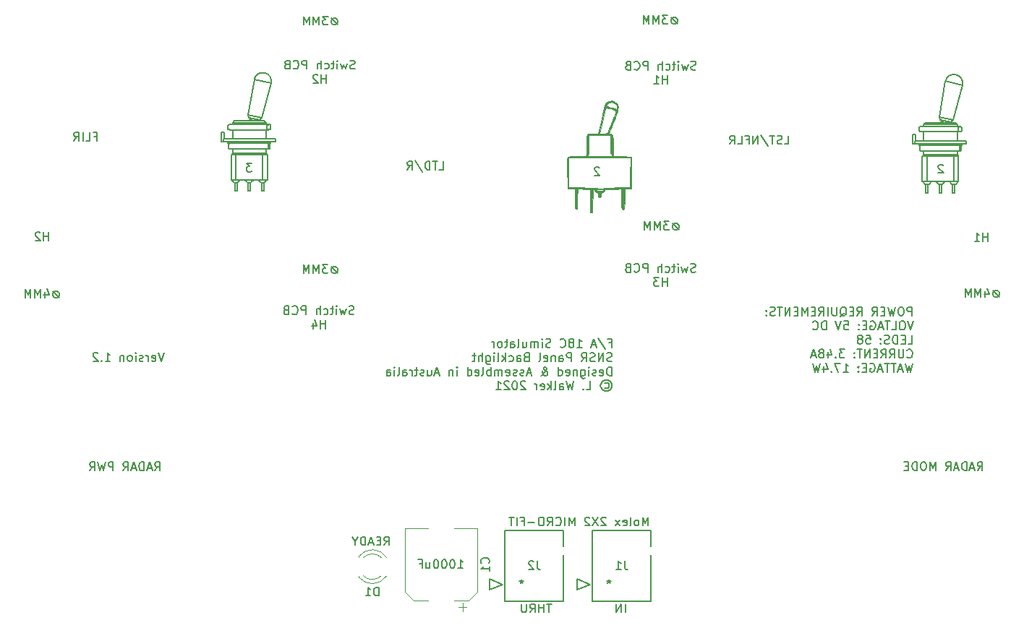
<source format=gbr>
%TF.GenerationSoftware,KiCad,Pcbnew,(5.1.6)-1*%
%TF.CreationDate,2020-11-25T11:28:29+11:00*%
%TF.ProjectId,SNSR Panel PCB V1,534e5352-2050-4616-9e65-6c2050434220,rev?*%
%TF.SameCoordinates,Original*%
%TF.FileFunction,Legend,Bot*%
%TF.FilePolarity,Positive*%
%FSLAX46Y46*%
G04 Gerber Fmt 4.6, Leading zero omitted, Abs format (unit mm)*
G04 Created by KiCad (PCBNEW (5.1.6)-1) date 2020-11-25 11:28:29*
%MOMM*%
%LPD*%
G01*
G04 APERTURE LIST*
%ADD10C,0.150000*%
%ADD11C,0.200000*%
%ADD12C,0.010000*%
%ADD13C,0.152400*%
%ADD14C,0.120000*%
G04 APERTURE END LIST*
D10*
X207074590Y-104160580D02*
X207407923Y-103684390D01*
X207646019Y-104160580D02*
X207646019Y-103160580D01*
X207265066Y-103160580D01*
X207169828Y-103208200D01*
X207122209Y-103255819D01*
X207074590Y-103351057D01*
X207074590Y-103493914D01*
X207122209Y-103589152D01*
X207169828Y-103636771D01*
X207265066Y-103684390D01*
X207646019Y-103684390D01*
X206693638Y-103874866D02*
X206217447Y-103874866D01*
X206788876Y-104160580D02*
X206455542Y-103160580D01*
X206122209Y-104160580D01*
X205788876Y-104160580D02*
X205788876Y-103160580D01*
X205550780Y-103160580D01*
X205407923Y-103208200D01*
X205312685Y-103303438D01*
X205265066Y-103398676D01*
X205217447Y-103589152D01*
X205217447Y-103732009D01*
X205265066Y-103922485D01*
X205312685Y-104017723D01*
X205407923Y-104112961D01*
X205550780Y-104160580D01*
X205788876Y-104160580D01*
X204836495Y-103874866D02*
X204360304Y-103874866D01*
X204931733Y-104160580D02*
X204598400Y-103160580D01*
X204265066Y-104160580D01*
X203360304Y-104160580D02*
X203693638Y-103684390D01*
X203931733Y-104160580D02*
X203931733Y-103160580D01*
X203550780Y-103160580D01*
X203455542Y-103208200D01*
X203407923Y-103255819D01*
X203360304Y-103351057D01*
X203360304Y-103493914D01*
X203407923Y-103589152D01*
X203455542Y-103636771D01*
X203550780Y-103684390D01*
X203931733Y-103684390D01*
X202169828Y-104160580D02*
X202169828Y-103160580D01*
X201836495Y-103874866D01*
X201503161Y-103160580D01*
X201503161Y-104160580D01*
X200836495Y-103160580D02*
X200646019Y-103160580D01*
X200550780Y-103208200D01*
X200455542Y-103303438D01*
X200407923Y-103493914D01*
X200407923Y-103827247D01*
X200455542Y-104017723D01*
X200550780Y-104112961D01*
X200646019Y-104160580D01*
X200836495Y-104160580D01*
X200931733Y-104112961D01*
X201026971Y-104017723D01*
X201074590Y-103827247D01*
X201074590Y-103493914D01*
X201026971Y-103303438D01*
X200931733Y-103208200D01*
X200836495Y-103160580D01*
X199979352Y-104160580D02*
X199979352Y-103160580D01*
X199741257Y-103160580D01*
X199598400Y-103208200D01*
X199503161Y-103303438D01*
X199455542Y-103398676D01*
X199407923Y-103589152D01*
X199407923Y-103732009D01*
X199455542Y-103922485D01*
X199503161Y-104017723D01*
X199598400Y-104112961D01*
X199741257Y-104160580D01*
X199979352Y-104160580D01*
X198979352Y-103636771D02*
X198646019Y-103636771D01*
X198503161Y-104160580D02*
X198979352Y-104160580D01*
X198979352Y-103160580D01*
X198503161Y-103160580D01*
X110764200Y-104185980D02*
X111097533Y-103709790D01*
X111335628Y-104185980D02*
X111335628Y-103185980D01*
X110954676Y-103185980D01*
X110859438Y-103233600D01*
X110811819Y-103281219D01*
X110764200Y-103376457D01*
X110764200Y-103519314D01*
X110811819Y-103614552D01*
X110859438Y-103662171D01*
X110954676Y-103709790D01*
X111335628Y-103709790D01*
X110383247Y-103900266D02*
X109907057Y-103900266D01*
X110478485Y-104185980D02*
X110145152Y-103185980D01*
X109811819Y-104185980D01*
X109478485Y-104185980D02*
X109478485Y-103185980D01*
X109240390Y-103185980D01*
X109097533Y-103233600D01*
X109002295Y-103328838D01*
X108954676Y-103424076D01*
X108907057Y-103614552D01*
X108907057Y-103757409D01*
X108954676Y-103947885D01*
X109002295Y-104043123D01*
X109097533Y-104138361D01*
X109240390Y-104185980D01*
X109478485Y-104185980D01*
X108526104Y-103900266D02*
X108049914Y-103900266D01*
X108621342Y-104185980D02*
X108288009Y-103185980D01*
X107954676Y-104185980D01*
X107049914Y-104185980D02*
X107383247Y-103709790D01*
X107621342Y-104185980D02*
X107621342Y-103185980D01*
X107240390Y-103185980D01*
X107145152Y-103233600D01*
X107097533Y-103281219D01*
X107049914Y-103376457D01*
X107049914Y-103519314D01*
X107097533Y-103614552D01*
X107145152Y-103662171D01*
X107240390Y-103709790D01*
X107621342Y-103709790D01*
X105859438Y-104185980D02*
X105859438Y-103185980D01*
X105478485Y-103185980D01*
X105383247Y-103233600D01*
X105335628Y-103281219D01*
X105288009Y-103376457D01*
X105288009Y-103519314D01*
X105335628Y-103614552D01*
X105383247Y-103662171D01*
X105478485Y-103709790D01*
X105859438Y-103709790D01*
X104954676Y-103185980D02*
X104716580Y-104185980D01*
X104526104Y-103471695D01*
X104335628Y-104185980D01*
X104097533Y-103185980D01*
X103145152Y-104185980D02*
X103478485Y-103709790D01*
X103716580Y-104185980D02*
X103716580Y-103185980D01*
X103335628Y-103185980D01*
X103240390Y-103233600D01*
X103192771Y-103281219D01*
X103145152Y-103376457D01*
X103145152Y-103519314D01*
X103192771Y-103614552D01*
X103240390Y-103662171D01*
X103335628Y-103709790D01*
X103716580Y-103709790D01*
X184462371Y-65933580D02*
X184938561Y-65933580D01*
X184938561Y-64933580D01*
X184176657Y-65885961D02*
X184033800Y-65933580D01*
X183795704Y-65933580D01*
X183700466Y-65885961D01*
X183652847Y-65838342D01*
X183605228Y-65743104D01*
X183605228Y-65647866D01*
X183652847Y-65552628D01*
X183700466Y-65505009D01*
X183795704Y-65457390D01*
X183986180Y-65409771D01*
X184081419Y-65362152D01*
X184129038Y-65314533D01*
X184176657Y-65219295D01*
X184176657Y-65124057D01*
X184129038Y-65028819D01*
X184081419Y-64981200D01*
X183986180Y-64933580D01*
X183748085Y-64933580D01*
X183605228Y-64981200D01*
X183319514Y-64933580D02*
X182748085Y-64933580D01*
X183033800Y-65933580D02*
X183033800Y-64933580D01*
X181700466Y-64885961D02*
X182557609Y-66171676D01*
X181367133Y-65933580D02*
X181367133Y-64933580D01*
X180795704Y-65933580D01*
X180795704Y-64933580D01*
X179986180Y-65409771D02*
X180319514Y-65409771D01*
X180319514Y-65933580D02*
X180319514Y-64933580D01*
X179843323Y-64933580D01*
X178986180Y-65933580D02*
X179462371Y-65933580D01*
X179462371Y-64933580D01*
X178081419Y-65933580D02*
X178414752Y-65457390D01*
X178652847Y-65933580D02*
X178652847Y-64933580D01*
X178271895Y-64933580D01*
X178176657Y-64981200D01*
X178129038Y-65028819D01*
X178081419Y-65124057D01*
X178081419Y-65266914D01*
X178129038Y-65362152D01*
X178176657Y-65409771D01*
X178271895Y-65457390D01*
X178652847Y-65457390D01*
X144038438Y-68930780D02*
X144514628Y-68930780D01*
X144514628Y-67930780D01*
X143847961Y-67930780D02*
X143276533Y-67930780D01*
X143562247Y-68930780D02*
X143562247Y-67930780D01*
X142943200Y-68930780D02*
X142943200Y-67930780D01*
X142705104Y-67930780D01*
X142562247Y-67978400D01*
X142467009Y-68073638D01*
X142419390Y-68168876D01*
X142371771Y-68359352D01*
X142371771Y-68502209D01*
X142419390Y-68692685D01*
X142467009Y-68787923D01*
X142562247Y-68883161D01*
X142705104Y-68930780D01*
X142943200Y-68930780D01*
X141228914Y-67883161D02*
X142086057Y-69168876D01*
X140324152Y-68930780D02*
X140657485Y-68454590D01*
X140895580Y-68930780D02*
X140895580Y-67930780D01*
X140514628Y-67930780D01*
X140419390Y-67978400D01*
X140371771Y-68026019D01*
X140324152Y-68121257D01*
X140324152Y-68264114D01*
X140371771Y-68359352D01*
X140419390Y-68406971D01*
X140514628Y-68454590D01*
X140895580Y-68454590D01*
X103666800Y-65028771D02*
X104000133Y-65028771D01*
X104000133Y-65552580D02*
X104000133Y-64552580D01*
X103523942Y-64552580D01*
X102666800Y-65552580D02*
X103142990Y-65552580D01*
X103142990Y-64552580D01*
X102333466Y-65552580D02*
X102333466Y-64552580D01*
X101285847Y-65552580D02*
X101619180Y-65076390D01*
X101857276Y-65552580D02*
X101857276Y-64552580D01*
X101476323Y-64552580D01*
X101381085Y-64600200D01*
X101333466Y-64647819D01*
X101285847Y-64743057D01*
X101285847Y-64885914D01*
X101333466Y-64981152D01*
X101381085Y-65028771D01*
X101476323Y-65076390D01*
X101857276Y-65076390D01*
X203053914Y-68407019D02*
X203006295Y-68359400D01*
X202911057Y-68311780D01*
X202672961Y-68311780D01*
X202577723Y-68359400D01*
X202530104Y-68407019D01*
X202482485Y-68502257D01*
X202482485Y-68597495D01*
X202530104Y-68740352D01*
X203101533Y-69311780D01*
X202482485Y-69311780D01*
X162794914Y-68711819D02*
X162747295Y-68664200D01*
X162652057Y-68616580D01*
X162413961Y-68616580D01*
X162318723Y-68664200D01*
X162271104Y-68711819D01*
X162223485Y-68807057D01*
X162223485Y-68902295D01*
X162271104Y-69045152D01*
X162842533Y-69616580D01*
X162223485Y-69616580D01*
X122100933Y-68159380D02*
X121481885Y-68159380D01*
X121815219Y-68540333D01*
X121672361Y-68540333D01*
X121577123Y-68587952D01*
X121529504Y-68635571D01*
X121481885Y-68730809D01*
X121481885Y-68968904D01*
X121529504Y-69064142D01*
X121577123Y-69111761D01*
X121672361Y-69159380D01*
X121958076Y-69159380D01*
X122053314Y-69111761D01*
X122100933Y-69064142D01*
X209359285Y-83078676D02*
X209168809Y-83078676D01*
X208978333Y-83173914D01*
X208883095Y-83364390D01*
X208883095Y-83554866D01*
X208978333Y-83745342D01*
X209168809Y-83840580D01*
X209359285Y-83840580D01*
X209549761Y-83745342D01*
X209645000Y-83554866D01*
X209645000Y-83364390D01*
X209549761Y-83173914D01*
X209359285Y-83078676D01*
X208883095Y-83078676D02*
X209645000Y-83840580D01*
X207978333Y-83173914D02*
X207978333Y-83840580D01*
X208216428Y-82792961D02*
X208454523Y-83507247D01*
X207835476Y-83507247D01*
X207454523Y-83840580D02*
X207454523Y-82840580D01*
X207121190Y-83554866D01*
X206787857Y-82840580D01*
X206787857Y-83840580D01*
X206311666Y-83840580D02*
X206311666Y-82840580D01*
X205978333Y-83554866D01*
X205645000Y-82840580D01*
X205645000Y-83840580D01*
X208305304Y-77312780D02*
X208305304Y-76312780D01*
X208305304Y-76788971D02*
X207733876Y-76788971D01*
X207733876Y-77312780D02*
X207733876Y-76312780D01*
X206733876Y-77312780D02*
X207305304Y-77312780D01*
X207019590Y-77312780D02*
X207019590Y-76312780D01*
X207114828Y-76455638D01*
X207210066Y-76550876D01*
X207305304Y-76598495D01*
X131889285Y-51201676D02*
X131698809Y-51201676D01*
X131508333Y-51296914D01*
X131413095Y-51487390D01*
X131413095Y-51677866D01*
X131508333Y-51868342D01*
X131698809Y-51963580D01*
X131889285Y-51963580D01*
X132079761Y-51868342D01*
X132175000Y-51677866D01*
X132175000Y-51487390D01*
X132079761Y-51296914D01*
X131889285Y-51201676D01*
X131413095Y-51201676D02*
X132175000Y-51963580D01*
X131032142Y-50963580D02*
X130413095Y-50963580D01*
X130746428Y-51344533D01*
X130603571Y-51344533D01*
X130508333Y-51392152D01*
X130460714Y-51439771D01*
X130413095Y-51535009D01*
X130413095Y-51773104D01*
X130460714Y-51868342D01*
X130508333Y-51915961D01*
X130603571Y-51963580D01*
X130889285Y-51963580D01*
X130984523Y-51915961D01*
X131032142Y-51868342D01*
X129984523Y-51963580D02*
X129984523Y-50963580D01*
X129651190Y-51677866D01*
X129317857Y-50963580D01*
X129317857Y-51963580D01*
X128841666Y-51963580D02*
X128841666Y-50963580D01*
X128508333Y-51677866D01*
X128175000Y-50963580D01*
X128175000Y-51963580D01*
X171818085Y-75230076D02*
X171627609Y-75230076D01*
X171437133Y-75325314D01*
X171341895Y-75515790D01*
X171341895Y-75706266D01*
X171437133Y-75896742D01*
X171627609Y-75991980D01*
X171818085Y-75991980D01*
X172008561Y-75896742D01*
X172103800Y-75706266D01*
X172103800Y-75515790D01*
X172008561Y-75325314D01*
X171818085Y-75230076D01*
X171341895Y-75230076D02*
X172103800Y-75991980D01*
X170960942Y-74991980D02*
X170341895Y-74991980D01*
X170675228Y-75372933D01*
X170532371Y-75372933D01*
X170437133Y-75420552D01*
X170389514Y-75468171D01*
X170341895Y-75563409D01*
X170341895Y-75801504D01*
X170389514Y-75896742D01*
X170437133Y-75944361D01*
X170532371Y-75991980D01*
X170818085Y-75991980D01*
X170913323Y-75944361D01*
X170960942Y-75896742D01*
X169913323Y-75991980D02*
X169913323Y-74991980D01*
X169579990Y-75706266D01*
X169246657Y-74991980D01*
X169246657Y-75991980D01*
X168770466Y-75991980D02*
X168770466Y-74991980D01*
X168437133Y-75706266D01*
X168103800Y-74991980D01*
X168103800Y-75991980D01*
X131863885Y-80284676D02*
X131673409Y-80284676D01*
X131482933Y-80379914D01*
X131387695Y-80570390D01*
X131387695Y-80760866D01*
X131482933Y-80951342D01*
X131673409Y-81046580D01*
X131863885Y-81046580D01*
X132054361Y-80951342D01*
X132149600Y-80760866D01*
X132149600Y-80570390D01*
X132054361Y-80379914D01*
X131863885Y-80284676D01*
X131387695Y-80284676D02*
X132149600Y-81046580D01*
X131006742Y-80046580D02*
X130387695Y-80046580D01*
X130721028Y-80427533D01*
X130578171Y-80427533D01*
X130482933Y-80475152D01*
X130435314Y-80522771D01*
X130387695Y-80618009D01*
X130387695Y-80856104D01*
X130435314Y-80951342D01*
X130482933Y-80998961D01*
X130578171Y-81046580D01*
X130863885Y-81046580D01*
X130959123Y-80998961D01*
X131006742Y-80951342D01*
X129959123Y-81046580D02*
X129959123Y-80046580D01*
X129625790Y-80760866D01*
X129292457Y-80046580D01*
X129292457Y-81046580D01*
X128816266Y-81046580D02*
X128816266Y-80046580D01*
X128482933Y-80760866D01*
X128149600Y-80046580D01*
X128149600Y-81046580D01*
X171665685Y-51100076D02*
X171475209Y-51100076D01*
X171284733Y-51195314D01*
X171189495Y-51385790D01*
X171189495Y-51576266D01*
X171284733Y-51766742D01*
X171475209Y-51861980D01*
X171665685Y-51861980D01*
X171856161Y-51766742D01*
X171951400Y-51576266D01*
X171951400Y-51385790D01*
X171856161Y-51195314D01*
X171665685Y-51100076D01*
X171189495Y-51100076D02*
X171951400Y-51861980D01*
X170808542Y-50861980D02*
X170189495Y-50861980D01*
X170522828Y-51242933D01*
X170379971Y-51242933D01*
X170284733Y-51290552D01*
X170237114Y-51338171D01*
X170189495Y-51433409D01*
X170189495Y-51671504D01*
X170237114Y-51766742D01*
X170284733Y-51814361D01*
X170379971Y-51861980D01*
X170665685Y-51861980D01*
X170760923Y-51814361D01*
X170808542Y-51766742D01*
X169760923Y-51861980D02*
X169760923Y-50861980D01*
X169427590Y-51576266D01*
X169094257Y-50861980D01*
X169094257Y-51861980D01*
X168618066Y-51861980D02*
X168618066Y-50861980D01*
X168284733Y-51576266D01*
X167951400Y-50861980D01*
X167951400Y-51861980D01*
X134067038Y-85838161D02*
X133924180Y-85885780D01*
X133686085Y-85885780D01*
X133590847Y-85838161D01*
X133543228Y-85790542D01*
X133495609Y-85695304D01*
X133495609Y-85600066D01*
X133543228Y-85504828D01*
X133590847Y-85457209D01*
X133686085Y-85409590D01*
X133876561Y-85361971D01*
X133971800Y-85314352D01*
X134019419Y-85266733D01*
X134067038Y-85171495D01*
X134067038Y-85076257D01*
X134019419Y-84981019D01*
X133971800Y-84933400D01*
X133876561Y-84885780D01*
X133638466Y-84885780D01*
X133495609Y-84933400D01*
X133162276Y-85219114D02*
X132971800Y-85885780D01*
X132781323Y-85409590D01*
X132590847Y-85885780D01*
X132400371Y-85219114D01*
X132019419Y-85885780D02*
X132019419Y-85219114D01*
X132019419Y-84885780D02*
X132067038Y-84933400D01*
X132019419Y-84981019D01*
X131971800Y-84933400D01*
X132019419Y-84885780D01*
X132019419Y-84981019D01*
X131686085Y-85219114D02*
X131305133Y-85219114D01*
X131543228Y-84885780D02*
X131543228Y-85742923D01*
X131495609Y-85838161D01*
X131400371Y-85885780D01*
X131305133Y-85885780D01*
X130543228Y-85838161D02*
X130638466Y-85885780D01*
X130828942Y-85885780D01*
X130924180Y-85838161D01*
X130971800Y-85790542D01*
X131019419Y-85695304D01*
X131019419Y-85409590D01*
X130971800Y-85314352D01*
X130924180Y-85266733D01*
X130828942Y-85219114D01*
X130638466Y-85219114D01*
X130543228Y-85266733D01*
X130114657Y-85885780D02*
X130114657Y-84885780D01*
X129686085Y-85885780D02*
X129686085Y-85361971D01*
X129733704Y-85266733D01*
X129828942Y-85219114D01*
X129971800Y-85219114D01*
X130067038Y-85266733D01*
X130114657Y-85314352D01*
X128447990Y-85885780D02*
X128447990Y-84885780D01*
X128067038Y-84885780D01*
X127971800Y-84933400D01*
X127924180Y-84981019D01*
X127876561Y-85076257D01*
X127876561Y-85219114D01*
X127924180Y-85314352D01*
X127971800Y-85361971D01*
X128067038Y-85409590D01*
X128447990Y-85409590D01*
X126876561Y-85790542D02*
X126924180Y-85838161D01*
X127067038Y-85885780D01*
X127162276Y-85885780D01*
X127305133Y-85838161D01*
X127400371Y-85742923D01*
X127447990Y-85647685D01*
X127495609Y-85457209D01*
X127495609Y-85314352D01*
X127447990Y-85123876D01*
X127400371Y-85028638D01*
X127305133Y-84933400D01*
X127162276Y-84885780D01*
X127067038Y-84885780D01*
X126924180Y-84933400D01*
X126876561Y-84981019D01*
X126114657Y-85361971D02*
X125971800Y-85409590D01*
X125924180Y-85457209D01*
X125876561Y-85552447D01*
X125876561Y-85695304D01*
X125924180Y-85790542D01*
X125971800Y-85838161D01*
X126067038Y-85885780D01*
X126447990Y-85885780D01*
X126447990Y-84885780D01*
X126114657Y-84885780D01*
X126019419Y-84933400D01*
X125971800Y-84981019D01*
X125924180Y-85076257D01*
X125924180Y-85171495D01*
X125971800Y-85266733D01*
X126019419Y-85314352D01*
X126114657Y-85361971D01*
X126447990Y-85361971D01*
X130733704Y-87535780D02*
X130733704Y-86535780D01*
X130733704Y-87011971D02*
X130162276Y-87011971D01*
X130162276Y-87535780D02*
X130162276Y-86535780D01*
X129257514Y-86869114D02*
X129257514Y-87535780D01*
X129495609Y-86488161D02*
X129733704Y-87202447D01*
X129114657Y-87202447D01*
X174072038Y-80885161D02*
X173929180Y-80932780D01*
X173691085Y-80932780D01*
X173595847Y-80885161D01*
X173548228Y-80837542D01*
X173500609Y-80742304D01*
X173500609Y-80647066D01*
X173548228Y-80551828D01*
X173595847Y-80504209D01*
X173691085Y-80456590D01*
X173881561Y-80408971D01*
X173976800Y-80361352D01*
X174024419Y-80313733D01*
X174072038Y-80218495D01*
X174072038Y-80123257D01*
X174024419Y-80028019D01*
X173976800Y-79980400D01*
X173881561Y-79932780D01*
X173643466Y-79932780D01*
X173500609Y-79980400D01*
X173167276Y-80266114D02*
X172976800Y-80932780D01*
X172786323Y-80456590D01*
X172595847Y-80932780D01*
X172405371Y-80266114D01*
X172024419Y-80932780D02*
X172024419Y-80266114D01*
X172024419Y-79932780D02*
X172072038Y-79980400D01*
X172024419Y-80028019D01*
X171976800Y-79980400D01*
X172024419Y-79932780D01*
X172024419Y-80028019D01*
X171691085Y-80266114D02*
X171310133Y-80266114D01*
X171548228Y-79932780D02*
X171548228Y-80789923D01*
X171500609Y-80885161D01*
X171405371Y-80932780D01*
X171310133Y-80932780D01*
X170548228Y-80885161D02*
X170643466Y-80932780D01*
X170833942Y-80932780D01*
X170929180Y-80885161D01*
X170976800Y-80837542D01*
X171024419Y-80742304D01*
X171024419Y-80456590D01*
X170976800Y-80361352D01*
X170929180Y-80313733D01*
X170833942Y-80266114D01*
X170643466Y-80266114D01*
X170548228Y-80313733D01*
X170119657Y-80932780D02*
X170119657Y-79932780D01*
X169691085Y-80932780D02*
X169691085Y-80408971D01*
X169738704Y-80313733D01*
X169833942Y-80266114D01*
X169976800Y-80266114D01*
X170072038Y-80313733D01*
X170119657Y-80361352D01*
X168452990Y-80932780D02*
X168452990Y-79932780D01*
X168072038Y-79932780D01*
X167976800Y-79980400D01*
X167929180Y-80028019D01*
X167881561Y-80123257D01*
X167881561Y-80266114D01*
X167929180Y-80361352D01*
X167976800Y-80408971D01*
X168072038Y-80456590D01*
X168452990Y-80456590D01*
X166881561Y-80837542D02*
X166929180Y-80885161D01*
X167072038Y-80932780D01*
X167167276Y-80932780D01*
X167310133Y-80885161D01*
X167405371Y-80789923D01*
X167452990Y-80694685D01*
X167500609Y-80504209D01*
X167500609Y-80361352D01*
X167452990Y-80170876D01*
X167405371Y-80075638D01*
X167310133Y-79980400D01*
X167167276Y-79932780D01*
X167072038Y-79932780D01*
X166929180Y-79980400D01*
X166881561Y-80028019D01*
X166119657Y-80408971D02*
X165976800Y-80456590D01*
X165929180Y-80504209D01*
X165881561Y-80599447D01*
X165881561Y-80742304D01*
X165929180Y-80837542D01*
X165976800Y-80885161D01*
X166072038Y-80932780D01*
X166452990Y-80932780D01*
X166452990Y-79932780D01*
X166119657Y-79932780D01*
X166024419Y-79980400D01*
X165976800Y-80028019D01*
X165929180Y-80123257D01*
X165929180Y-80218495D01*
X165976800Y-80313733D01*
X166024419Y-80361352D01*
X166119657Y-80408971D01*
X166452990Y-80408971D01*
X170738704Y-82582780D02*
X170738704Y-81582780D01*
X170738704Y-82058971D02*
X170167276Y-82058971D01*
X170167276Y-82582780D02*
X170167276Y-81582780D01*
X169786323Y-81582780D02*
X169167276Y-81582780D01*
X169500609Y-81963733D01*
X169357752Y-81963733D01*
X169262514Y-82011352D01*
X169214895Y-82058971D01*
X169167276Y-82154209D01*
X169167276Y-82392304D01*
X169214895Y-82487542D01*
X169262514Y-82535161D01*
X169357752Y-82582780D01*
X169643466Y-82582780D01*
X169738704Y-82535161D01*
X169786323Y-82487542D01*
X134168638Y-57085361D02*
X134025780Y-57132980D01*
X133787685Y-57132980D01*
X133692447Y-57085361D01*
X133644828Y-57037742D01*
X133597209Y-56942504D01*
X133597209Y-56847266D01*
X133644828Y-56752028D01*
X133692447Y-56704409D01*
X133787685Y-56656790D01*
X133978161Y-56609171D01*
X134073400Y-56561552D01*
X134121019Y-56513933D01*
X134168638Y-56418695D01*
X134168638Y-56323457D01*
X134121019Y-56228219D01*
X134073400Y-56180600D01*
X133978161Y-56132980D01*
X133740066Y-56132980D01*
X133597209Y-56180600D01*
X133263876Y-56466314D02*
X133073400Y-57132980D01*
X132882923Y-56656790D01*
X132692447Y-57132980D01*
X132501971Y-56466314D01*
X132121019Y-57132980D02*
X132121019Y-56466314D01*
X132121019Y-56132980D02*
X132168638Y-56180600D01*
X132121019Y-56228219D01*
X132073400Y-56180600D01*
X132121019Y-56132980D01*
X132121019Y-56228219D01*
X131787685Y-56466314D02*
X131406733Y-56466314D01*
X131644828Y-56132980D02*
X131644828Y-56990123D01*
X131597209Y-57085361D01*
X131501971Y-57132980D01*
X131406733Y-57132980D01*
X130644828Y-57085361D02*
X130740066Y-57132980D01*
X130930542Y-57132980D01*
X131025780Y-57085361D01*
X131073400Y-57037742D01*
X131121019Y-56942504D01*
X131121019Y-56656790D01*
X131073400Y-56561552D01*
X131025780Y-56513933D01*
X130930542Y-56466314D01*
X130740066Y-56466314D01*
X130644828Y-56513933D01*
X130216257Y-57132980D02*
X130216257Y-56132980D01*
X129787685Y-57132980D02*
X129787685Y-56609171D01*
X129835304Y-56513933D01*
X129930542Y-56466314D01*
X130073400Y-56466314D01*
X130168638Y-56513933D01*
X130216257Y-56561552D01*
X128549590Y-57132980D02*
X128549590Y-56132980D01*
X128168638Y-56132980D01*
X128073400Y-56180600D01*
X128025780Y-56228219D01*
X127978161Y-56323457D01*
X127978161Y-56466314D01*
X128025780Y-56561552D01*
X128073400Y-56609171D01*
X128168638Y-56656790D01*
X128549590Y-56656790D01*
X126978161Y-57037742D02*
X127025780Y-57085361D01*
X127168638Y-57132980D01*
X127263876Y-57132980D01*
X127406733Y-57085361D01*
X127501971Y-56990123D01*
X127549590Y-56894885D01*
X127597209Y-56704409D01*
X127597209Y-56561552D01*
X127549590Y-56371076D01*
X127501971Y-56275838D01*
X127406733Y-56180600D01*
X127263876Y-56132980D01*
X127168638Y-56132980D01*
X127025780Y-56180600D01*
X126978161Y-56228219D01*
X126216257Y-56609171D02*
X126073400Y-56656790D01*
X126025780Y-56704409D01*
X125978161Y-56799647D01*
X125978161Y-56942504D01*
X126025780Y-57037742D01*
X126073400Y-57085361D01*
X126168638Y-57132980D01*
X126549590Y-57132980D01*
X126549590Y-56132980D01*
X126216257Y-56132980D01*
X126121019Y-56180600D01*
X126073400Y-56228219D01*
X126025780Y-56323457D01*
X126025780Y-56418695D01*
X126073400Y-56513933D01*
X126121019Y-56561552D01*
X126216257Y-56609171D01*
X126549590Y-56609171D01*
X130835304Y-58782980D02*
X130835304Y-57782980D01*
X130835304Y-58259171D02*
X130263876Y-58259171D01*
X130263876Y-58782980D02*
X130263876Y-57782980D01*
X129835304Y-57878219D02*
X129787685Y-57830600D01*
X129692447Y-57782980D01*
X129454352Y-57782980D01*
X129359114Y-57830600D01*
X129311495Y-57878219D01*
X129263876Y-57973457D01*
X129263876Y-58068695D01*
X129311495Y-58211552D01*
X129882923Y-58782980D01*
X129263876Y-58782980D01*
X174097438Y-57186961D02*
X173954580Y-57234580D01*
X173716485Y-57234580D01*
X173621247Y-57186961D01*
X173573628Y-57139342D01*
X173526009Y-57044104D01*
X173526009Y-56948866D01*
X173573628Y-56853628D01*
X173621247Y-56806009D01*
X173716485Y-56758390D01*
X173906961Y-56710771D01*
X174002200Y-56663152D01*
X174049819Y-56615533D01*
X174097438Y-56520295D01*
X174097438Y-56425057D01*
X174049819Y-56329819D01*
X174002200Y-56282200D01*
X173906961Y-56234580D01*
X173668866Y-56234580D01*
X173526009Y-56282200D01*
X173192676Y-56567914D02*
X173002200Y-57234580D01*
X172811723Y-56758390D01*
X172621247Y-57234580D01*
X172430771Y-56567914D01*
X172049819Y-57234580D02*
X172049819Y-56567914D01*
X172049819Y-56234580D02*
X172097438Y-56282200D01*
X172049819Y-56329819D01*
X172002200Y-56282200D01*
X172049819Y-56234580D01*
X172049819Y-56329819D01*
X171716485Y-56567914D02*
X171335533Y-56567914D01*
X171573628Y-56234580D02*
X171573628Y-57091723D01*
X171526009Y-57186961D01*
X171430771Y-57234580D01*
X171335533Y-57234580D01*
X170573628Y-57186961D02*
X170668866Y-57234580D01*
X170859342Y-57234580D01*
X170954580Y-57186961D01*
X171002200Y-57139342D01*
X171049819Y-57044104D01*
X171049819Y-56758390D01*
X171002200Y-56663152D01*
X170954580Y-56615533D01*
X170859342Y-56567914D01*
X170668866Y-56567914D01*
X170573628Y-56615533D01*
X170145057Y-57234580D02*
X170145057Y-56234580D01*
X169716485Y-57234580D02*
X169716485Y-56710771D01*
X169764104Y-56615533D01*
X169859342Y-56567914D01*
X170002200Y-56567914D01*
X170097438Y-56615533D01*
X170145057Y-56663152D01*
X168478390Y-57234580D02*
X168478390Y-56234580D01*
X168097438Y-56234580D01*
X168002200Y-56282200D01*
X167954580Y-56329819D01*
X167906961Y-56425057D01*
X167906961Y-56567914D01*
X167954580Y-56663152D01*
X168002200Y-56710771D01*
X168097438Y-56758390D01*
X168478390Y-56758390D01*
X166906961Y-57139342D02*
X166954580Y-57186961D01*
X167097438Y-57234580D01*
X167192676Y-57234580D01*
X167335533Y-57186961D01*
X167430771Y-57091723D01*
X167478390Y-56996485D01*
X167526009Y-56806009D01*
X167526009Y-56663152D01*
X167478390Y-56472676D01*
X167430771Y-56377438D01*
X167335533Y-56282200D01*
X167192676Y-56234580D01*
X167097438Y-56234580D01*
X166954580Y-56282200D01*
X166906961Y-56329819D01*
X166145057Y-56710771D02*
X166002200Y-56758390D01*
X165954580Y-56806009D01*
X165906961Y-56901247D01*
X165906961Y-57044104D01*
X165954580Y-57139342D01*
X166002200Y-57186961D01*
X166097438Y-57234580D01*
X166478390Y-57234580D01*
X166478390Y-56234580D01*
X166145057Y-56234580D01*
X166049819Y-56282200D01*
X166002200Y-56329819D01*
X165954580Y-56425057D01*
X165954580Y-56520295D01*
X166002200Y-56615533D01*
X166049819Y-56663152D01*
X166145057Y-56710771D01*
X166478390Y-56710771D01*
X170764104Y-58884580D02*
X170764104Y-57884580D01*
X170764104Y-58360771D02*
X170192676Y-58360771D01*
X170192676Y-58884580D02*
X170192676Y-57884580D01*
X169192676Y-58884580D02*
X169764104Y-58884580D01*
X169478390Y-58884580D02*
X169478390Y-57884580D01*
X169573628Y-58027438D01*
X169668866Y-58122676D01*
X169764104Y-58170295D01*
X98323304Y-77236580D02*
X98323304Y-76236580D01*
X98323304Y-76712771D02*
X97751876Y-76712771D01*
X97751876Y-77236580D02*
X97751876Y-76236580D01*
X97323304Y-76331819D02*
X97275685Y-76284200D01*
X97180447Y-76236580D01*
X96942352Y-76236580D01*
X96847114Y-76284200D01*
X96799495Y-76331819D01*
X96751876Y-76427057D01*
X96751876Y-76522295D01*
X96799495Y-76665152D01*
X97370923Y-77236580D01*
X96751876Y-77236580D01*
X99275685Y-83154876D02*
X99085209Y-83154876D01*
X98894733Y-83250114D01*
X98799495Y-83440590D01*
X98799495Y-83631066D01*
X98894733Y-83821542D01*
X99085209Y-83916780D01*
X99275685Y-83916780D01*
X99466161Y-83821542D01*
X99561400Y-83631066D01*
X99561400Y-83440590D01*
X99466161Y-83250114D01*
X99275685Y-83154876D01*
X98799495Y-83154876D02*
X99561400Y-83916780D01*
X97894733Y-83250114D02*
X97894733Y-83916780D01*
X98132828Y-82869161D02*
X98370923Y-83583447D01*
X97751876Y-83583447D01*
X97370923Y-83916780D02*
X97370923Y-82916780D01*
X97037590Y-83631066D01*
X96704257Y-82916780D01*
X96704257Y-83916780D01*
X96228066Y-83916780D02*
X96228066Y-82916780D01*
X95894733Y-83631066D01*
X95561400Y-82916780D01*
X95561400Y-83916780D01*
X168523228Y-110637580D02*
X168523228Y-109637580D01*
X168189895Y-110351866D01*
X167856561Y-109637580D01*
X167856561Y-110637580D01*
X167237514Y-110637580D02*
X167332752Y-110589961D01*
X167380371Y-110542342D01*
X167427990Y-110447104D01*
X167427990Y-110161390D01*
X167380371Y-110066152D01*
X167332752Y-110018533D01*
X167237514Y-109970914D01*
X167094657Y-109970914D01*
X166999419Y-110018533D01*
X166951800Y-110066152D01*
X166904180Y-110161390D01*
X166904180Y-110447104D01*
X166951800Y-110542342D01*
X166999419Y-110589961D01*
X167094657Y-110637580D01*
X167237514Y-110637580D01*
X166332752Y-110637580D02*
X166427990Y-110589961D01*
X166475609Y-110494723D01*
X166475609Y-109637580D01*
X165570847Y-110589961D02*
X165666085Y-110637580D01*
X165856561Y-110637580D01*
X165951800Y-110589961D01*
X165999419Y-110494723D01*
X165999419Y-110113771D01*
X165951800Y-110018533D01*
X165856561Y-109970914D01*
X165666085Y-109970914D01*
X165570847Y-110018533D01*
X165523228Y-110113771D01*
X165523228Y-110209009D01*
X165999419Y-110304247D01*
X165189895Y-110637580D02*
X164666085Y-109970914D01*
X165189895Y-109970914D02*
X164666085Y-110637580D01*
X163570847Y-109732819D02*
X163523228Y-109685200D01*
X163427990Y-109637580D01*
X163189895Y-109637580D01*
X163094657Y-109685200D01*
X163047038Y-109732819D01*
X162999419Y-109828057D01*
X162999419Y-109923295D01*
X163047038Y-110066152D01*
X163618466Y-110637580D01*
X162999419Y-110637580D01*
X162666085Y-109637580D02*
X161999419Y-110637580D01*
X161999419Y-109637580D02*
X162666085Y-110637580D01*
X161666085Y-109732819D02*
X161618466Y-109685200D01*
X161523228Y-109637580D01*
X161285133Y-109637580D01*
X161189895Y-109685200D01*
X161142276Y-109732819D01*
X161094657Y-109828057D01*
X161094657Y-109923295D01*
X161142276Y-110066152D01*
X161713704Y-110637580D01*
X161094657Y-110637580D01*
X159904180Y-110637580D02*
X159904180Y-109637580D01*
X159570847Y-110351866D01*
X159237514Y-109637580D01*
X159237514Y-110637580D01*
X158761323Y-110637580D02*
X158761323Y-109637580D01*
X157713704Y-110542342D02*
X157761323Y-110589961D01*
X157904180Y-110637580D01*
X157999419Y-110637580D01*
X158142276Y-110589961D01*
X158237514Y-110494723D01*
X158285133Y-110399485D01*
X158332752Y-110209009D01*
X158332752Y-110066152D01*
X158285133Y-109875676D01*
X158237514Y-109780438D01*
X158142276Y-109685200D01*
X157999419Y-109637580D01*
X157904180Y-109637580D01*
X157761323Y-109685200D01*
X157713704Y-109732819D01*
X156713704Y-110637580D02*
X157047038Y-110161390D01*
X157285133Y-110637580D02*
X157285133Y-109637580D01*
X156904180Y-109637580D01*
X156808942Y-109685200D01*
X156761323Y-109732819D01*
X156713704Y-109828057D01*
X156713704Y-109970914D01*
X156761323Y-110066152D01*
X156808942Y-110113771D01*
X156904180Y-110161390D01*
X157285133Y-110161390D01*
X156094657Y-109637580D02*
X155904180Y-109637580D01*
X155808942Y-109685200D01*
X155713704Y-109780438D01*
X155666085Y-109970914D01*
X155666085Y-110304247D01*
X155713704Y-110494723D01*
X155808942Y-110589961D01*
X155904180Y-110637580D01*
X156094657Y-110637580D01*
X156189895Y-110589961D01*
X156285133Y-110494723D01*
X156332752Y-110304247D01*
X156332752Y-109970914D01*
X156285133Y-109780438D01*
X156189895Y-109685200D01*
X156094657Y-109637580D01*
X155237514Y-110256628D02*
X154475609Y-110256628D01*
X153666085Y-110113771D02*
X153999419Y-110113771D01*
X153999419Y-110637580D02*
X153999419Y-109637580D01*
X153523228Y-109637580D01*
X153142276Y-110637580D02*
X153142276Y-109637580D01*
X152808942Y-109637580D02*
X152237514Y-109637580D01*
X152523228Y-110637580D02*
X152523228Y-109637580D01*
X146245009Y-115615980D02*
X146816438Y-115615980D01*
X146530723Y-115615980D02*
X146530723Y-114615980D01*
X146625961Y-114758838D01*
X146721200Y-114854076D01*
X146816438Y-114901695D01*
X145625961Y-114615980D02*
X145530723Y-114615980D01*
X145435485Y-114663600D01*
X145387866Y-114711219D01*
X145340247Y-114806457D01*
X145292628Y-114996933D01*
X145292628Y-115235028D01*
X145340247Y-115425504D01*
X145387866Y-115520742D01*
X145435485Y-115568361D01*
X145530723Y-115615980D01*
X145625961Y-115615980D01*
X145721200Y-115568361D01*
X145768819Y-115520742D01*
X145816438Y-115425504D01*
X145864057Y-115235028D01*
X145864057Y-114996933D01*
X145816438Y-114806457D01*
X145768819Y-114711219D01*
X145721200Y-114663600D01*
X145625961Y-114615980D01*
X144673580Y-114615980D02*
X144578342Y-114615980D01*
X144483104Y-114663600D01*
X144435485Y-114711219D01*
X144387866Y-114806457D01*
X144340247Y-114996933D01*
X144340247Y-115235028D01*
X144387866Y-115425504D01*
X144435485Y-115520742D01*
X144483104Y-115568361D01*
X144578342Y-115615980D01*
X144673580Y-115615980D01*
X144768819Y-115568361D01*
X144816438Y-115520742D01*
X144864057Y-115425504D01*
X144911676Y-115235028D01*
X144911676Y-114996933D01*
X144864057Y-114806457D01*
X144816438Y-114711219D01*
X144768819Y-114663600D01*
X144673580Y-114615980D01*
X143721200Y-114615980D02*
X143625961Y-114615980D01*
X143530723Y-114663600D01*
X143483104Y-114711219D01*
X143435485Y-114806457D01*
X143387866Y-114996933D01*
X143387866Y-115235028D01*
X143435485Y-115425504D01*
X143483104Y-115520742D01*
X143530723Y-115568361D01*
X143625961Y-115615980D01*
X143721200Y-115615980D01*
X143816438Y-115568361D01*
X143864057Y-115520742D01*
X143911676Y-115425504D01*
X143959295Y-115235028D01*
X143959295Y-114996933D01*
X143911676Y-114806457D01*
X143864057Y-114711219D01*
X143816438Y-114663600D01*
X143721200Y-114615980D01*
X142530723Y-114949314D02*
X142530723Y-115615980D01*
X142959295Y-114949314D02*
X142959295Y-115473123D01*
X142911676Y-115568361D01*
X142816438Y-115615980D01*
X142673580Y-115615980D01*
X142578342Y-115568361D01*
X142530723Y-115520742D01*
X141721200Y-115092171D02*
X142054533Y-115092171D01*
X142054533Y-115615980D02*
X142054533Y-114615980D01*
X141578342Y-114615980D01*
X137618600Y-112923580D02*
X137951933Y-112447390D01*
X138190028Y-112923580D02*
X138190028Y-111923580D01*
X137809076Y-111923580D01*
X137713838Y-111971200D01*
X137666219Y-112018819D01*
X137618600Y-112114057D01*
X137618600Y-112256914D01*
X137666219Y-112352152D01*
X137713838Y-112399771D01*
X137809076Y-112447390D01*
X138190028Y-112447390D01*
X137190028Y-112399771D02*
X136856695Y-112399771D01*
X136713838Y-112923580D02*
X137190028Y-112923580D01*
X137190028Y-111923580D01*
X136713838Y-111923580D01*
X136332885Y-112637866D02*
X135856695Y-112637866D01*
X136428123Y-112923580D02*
X136094790Y-111923580D01*
X135761457Y-112923580D01*
X135428123Y-112923580D02*
X135428123Y-111923580D01*
X135190028Y-111923580D01*
X135047171Y-111971200D01*
X134951933Y-112066438D01*
X134904314Y-112161676D01*
X134856695Y-112352152D01*
X134856695Y-112495009D01*
X134904314Y-112685485D01*
X134951933Y-112780723D01*
X135047171Y-112875961D01*
X135190028Y-112923580D01*
X135428123Y-112923580D01*
X134237647Y-112447390D02*
X134237647Y-112923580D01*
X134570980Y-111923580D02*
X134237647Y-112447390D01*
X133904314Y-111923580D01*
X157205133Y-119797580D02*
X156633704Y-119797580D01*
X156919419Y-120797580D02*
X156919419Y-119797580D01*
X156300371Y-120797580D02*
X156300371Y-119797580D01*
X156300371Y-120273771D02*
X155728942Y-120273771D01*
X155728942Y-120797580D02*
X155728942Y-119797580D01*
X154681323Y-120797580D02*
X155014657Y-120321390D01*
X155252752Y-120797580D02*
X155252752Y-119797580D01*
X154871800Y-119797580D01*
X154776561Y-119845200D01*
X154728942Y-119892819D01*
X154681323Y-119988057D01*
X154681323Y-120130914D01*
X154728942Y-120226152D01*
X154776561Y-120273771D01*
X154871800Y-120321390D01*
X155252752Y-120321390D01*
X154252752Y-119797580D02*
X154252752Y-120607104D01*
X154205133Y-120702342D01*
X154157514Y-120749961D01*
X154062276Y-120797580D01*
X153871800Y-120797580D01*
X153776561Y-120749961D01*
X153728942Y-120702342D01*
X153681323Y-120607104D01*
X153681323Y-119797580D01*
X165827009Y-120797580D02*
X165827009Y-119797580D01*
X165350819Y-120797580D02*
X165350819Y-119797580D01*
X164779390Y-120797580D01*
X164779390Y-119797580D01*
X111810276Y-90358980D02*
X111476942Y-91358980D01*
X111143609Y-90358980D01*
X110429323Y-91311361D02*
X110524561Y-91358980D01*
X110715038Y-91358980D01*
X110810276Y-91311361D01*
X110857895Y-91216123D01*
X110857895Y-90835171D01*
X110810276Y-90739933D01*
X110715038Y-90692314D01*
X110524561Y-90692314D01*
X110429323Y-90739933D01*
X110381704Y-90835171D01*
X110381704Y-90930409D01*
X110857895Y-91025647D01*
X109953133Y-91358980D02*
X109953133Y-90692314D01*
X109953133Y-90882790D02*
X109905514Y-90787552D01*
X109857895Y-90739933D01*
X109762657Y-90692314D01*
X109667419Y-90692314D01*
X109381704Y-91311361D02*
X109286466Y-91358980D01*
X109095990Y-91358980D01*
X109000752Y-91311361D01*
X108953133Y-91216123D01*
X108953133Y-91168504D01*
X109000752Y-91073266D01*
X109095990Y-91025647D01*
X109238847Y-91025647D01*
X109334085Y-90978028D01*
X109381704Y-90882790D01*
X109381704Y-90835171D01*
X109334085Y-90739933D01*
X109238847Y-90692314D01*
X109095990Y-90692314D01*
X109000752Y-90739933D01*
X108524561Y-91358980D02*
X108524561Y-90692314D01*
X108524561Y-90358980D02*
X108572180Y-90406600D01*
X108524561Y-90454219D01*
X108476942Y-90406600D01*
X108524561Y-90358980D01*
X108524561Y-90454219D01*
X107905514Y-91358980D02*
X108000752Y-91311361D01*
X108048371Y-91263742D01*
X108095990Y-91168504D01*
X108095990Y-90882790D01*
X108048371Y-90787552D01*
X108000752Y-90739933D01*
X107905514Y-90692314D01*
X107762657Y-90692314D01*
X107667419Y-90739933D01*
X107619800Y-90787552D01*
X107572180Y-90882790D01*
X107572180Y-91168504D01*
X107619800Y-91263742D01*
X107667419Y-91311361D01*
X107762657Y-91358980D01*
X107905514Y-91358980D01*
X107143609Y-90692314D02*
X107143609Y-91358980D01*
X107143609Y-90787552D02*
X107095990Y-90739933D01*
X107000752Y-90692314D01*
X106857895Y-90692314D01*
X106762657Y-90739933D01*
X106715038Y-90835171D01*
X106715038Y-91358980D01*
X104953133Y-91358980D02*
X105524561Y-91358980D01*
X105238847Y-91358980D02*
X105238847Y-90358980D01*
X105334085Y-90501838D01*
X105429323Y-90597076D01*
X105524561Y-90644695D01*
X104524561Y-91263742D02*
X104476942Y-91311361D01*
X104524561Y-91358980D01*
X104572180Y-91311361D01*
X104524561Y-91263742D01*
X104524561Y-91358980D01*
X104095990Y-90454219D02*
X104048371Y-90406600D01*
X103953133Y-90358980D01*
X103715038Y-90358980D01*
X103619800Y-90406600D01*
X103572180Y-90454219D01*
X103524561Y-90549457D01*
X103524561Y-90644695D01*
X103572180Y-90787552D01*
X104143609Y-91358980D01*
X103524561Y-91358980D01*
X199410004Y-86026980D02*
X199410004Y-85026980D01*
X199029052Y-85026980D01*
X198933814Y-85074600D01*
X198886195Y-85122219D01*
X198838576Y-85217457D01*
X198838576Y-85360314D01*
X198886195Y-85455552D01*
X198933814Y-85503171D01*
X199029052Y-85550790D01*
X199410004Y-85550790D01*
X198219528Y-85026980D02*
X198029052Y-85026980D01*
X197933814Y-85074600D01*
X197838576Y-85169838D01*
X197790957Y-85360314D01*
X197790957Y-85693647D01*
X197838576Y-85884123D01*
X197933814Y-85979361D01*
X198029052Y-86026980D01*
X198219528Y-86026980D01*
X198314766Y-85979361D01*
X198410004Y-85884123D01*
X198457623Y-85693647D01*
X198457623Y-85360314D01*
X198410004Y-85169838D01*
X198314766Y-85074600D01*
X198219528Y-85026980D01*
X197457623Y-85026980D02*
X197219528Y-86026980D01*
X197029052Y-85312695D01*
X196838576Y-86026980D01*
X196600480Y-85026980D01*
X196219528Y-85503171D02*
X195886195Y-85503171D01*
X195743338Y-86026980D02*
X196219528Y-86026980D01*
X196219528Y-85026980D01*
X195743338Y-85026980D01*
X194743338Y-86026980D02*
X195076671Y-85550790D01*
X195314766Y-86026980D02*
X195314766Y-85026980D01*
X194933814Y-85026980D01*
X194838576Y-85074600D01*
X194790957Y-85122219D01*
X194743338Y-85217457D01*
X194743338Y-85360314D01*
X194790957Y-85455552D01*
X194838576Y-85503171D01*
X194933814Y-85550790D01*
X195314766Y-85550790D01*
X192981433Y-86026980D02*
X193314766Y-85550790D01*
X193552861Y-86026980D02*
X193552861Y-85026980D01*
X193171909Y-85026980D01*
X193076671Y-85074600D01*
X193029052Y-85122219D01*
X192981433Y-85217457D01*
X192981433Y-85360314D01*
X193029052Y-85455552D01*
X193076671Y-85503171D01*
X193171909Y-85550790D01*
X193552861Y-85550790D01*
X192552861Y-85503171D02*
X192219528Y-85503171D01*
X192076671Y-86026980D02*
X192552861Y-86026980D01*
X192552861Y-85026980D01*
X192076671Y-85026980D01*
X190981433Y-86122219D02*
X191076671Y-86074600D01*
X191171909Y-85979361D01*
X191314766Y-85836504D01*
X191410004Y-85788885D01*
X191505242Y-85788885D01*
X191457623Y-86026980D02*
X191552861Y-85979361D01*
X191648100Y-85884123D01*
X191695719Y-85693647D01*
X191695719Y-85360314D01*
X191648100Y-85169838D01*
X191552861Y-85074600D01*
X191457623Y-85026980D01*
X191267147Y-85026980D01*
X191171909Y-85074600D01*
X191076671Y-85169838D01*
X191029052Y-85360314D01*
X191029052Y-85693647D01*
X191076671Y-85884123D01*
X191171909Y-85979361D01*
X191267147Y-86026980D01*
X191457623Y-86026980D01*
X190600480Y-85026980D02*
X190600480Y-85836504D01*
X190552861Y-85931742D01*
X190505242Y-85979361D01*
X190410004Y-86026980D01*
X190219528Y-86026980D01*
X190124290Y-85979361D01*
X190076671Y-85931742D01*
X190029052Y-85836504D01*
X190029052Y-85026980D01*
X189552861Y-86026980D02*
X189552861Y-85026980D01*
X188505242Y-86026980D02*
X188838576Y-85550790D01*
X189076671Y-86026980D02*
X189076671Y-85026980D01*
X188695719Y-85026980D01*
X188600480Y-85074600D01*
X188552861Y-85122219D01*
X188505242Y-85217457D01*
X188505242Y-85360314D01*
X188552861Y-85455552D01*
X188600480Y-85503171D01*
X188695719Y-85550790D01*
X189076671Y-85550790D01*
X188076671Y-85503171D02*
X187743338Y-85503171D01*
X187600480Y-86026980D02*
X188076671Y-86026980D01*
X188076671Y-85026980D01*
X187600480Y-85026980D01*
X187171909Y-86026980D02*
X187171909Y-85026980D01*
X186838576Y-85741266D01*
X186505242Y-85026980D01*
X186505242Y-86026980D01*
X186029052Y-85503171D02*
X185695719Y-85503171D01*
X185552861Y-86026980D02*
X186029052Y-86026980D01*
X186029052Y-85026980D01*
X185552861Y-85026980D01*
X185124290Y-86026980D02*
X185124290Y-85026980D01*
X184552861Y-86026980D01*
X184552861Y-85026980D01*
X184219528Y-85026980D02*
X183648100Y-85026980D01*
X183933814Y-86026980D02*
X183933814Y-85026980D01*
X183362385Y-85979361D02*
X183219528Y-86026980D01*
X182981433Y-86026980D01*
X182886195Y-85979361D01*
X182838576Y-85931742D01*
X182790957Y-85836504D01*
X182790957Y-85741266D01*
X182838576Y-85646028D01*
X182886195Y-85598409D01*
X182981433Y-85550790D01*
X183171909Y-85503171D01*
X183267147Y-85455552D01*
X183314766Y-85407933D01*
X183362385Y-85312695D01*
X183362385Y-85217457D01*
X183314766Y-85122219D01*
X183267147Y-85074600D01*
X183171909Y-85026980D01*
X182933814Y-85026980D01*
X182790957Y-85074600D01*
X182362385Y-85931742D02*
X182314766Y-85979361D01*
X182362385Y-86026980D01*
X182410004Y-85979361D01*
X182362385Y-85931742D01*
X182362385Y-86026980D01*
X182362385Y-85407933D02*
X182314766Y-85455552D01*
X182362385Y-85503171D01*
X182410004Y-85455552D01*
X182362385Y-85407933D01*
X182362385Y-85503171D01*
X199552861Y-86676980D02*
X199219528Y-87676980D01*
X198886195Y-86676980D01*
X198362385Y-86676980D02*
X198171909Y-86676980D01*
X198076671Y-86724600D01*
X197981433Y-86819838D01*
X197933814Y-87010314D01*
X197933814Y-87343647D01*
X197981433Y-87534123D01*
X198076671Y-87629361D01*
X198171909Y-87676980D01*
X198362385Y-87676980D01*
X198457623Y-87629361D01*
X198552861Y-87534123D01*
X198600480Y-87343647D01*
X198600480Y-87010314D01*
X198552861Y-86819838D01*
X198457623Y-86724600D01*
X198362385Y-86676980D01*
X197029052Y-87676980D02*
X197505242Y-87676980D01*
X197505242Y-86676980D01*
X196838576Y-86676980D02*
X196267147Y-86676980D01*
X196552861Y-87676980D02*
X196552861Y-86676980D01*
X195981433Y-87391266D02*
X195505242Y-87391266D01*
X196076671Y-87676980D02*
X195743338Y-86676980D01*
X195410004Y-87676980D01*
X194552861Y-86724600D02*
X194648100Y-86676980D01*
X194790957Y-86676980D01*
X194933814Y-86724600D01*
X195029052Y-86819838D01*
X195076671Y-86915076D01*
X195124290Y-87105552D01*
X195124290Y-87248409D01*
X195076671Y-87438885D01*
X195029052Y-87534123D01*
X194933814Y-87629361D01*
X194790957Y-87676980D01*
X194695719Y-87676980D01*
X194552861Y-87629361D01*
X194505242Y-87581742D01*
X194505242Y-87248409D01*
X194695719Y-87248409D01*
X194076671Y-87153171D02*
X193743338Y-87153171D01*
X193600480Y-87676980D02*
X194076671Y-87676980D01*
X194076671Y-86676980D01*
X193600480Y-86676980D01*
X193171909Y-87581742D02*
X193124290Y-87629361D01*
X193171909Y-87676980D01*
X193219528Y-87629361D01*
X193171909Y-87581742D01*
X193171909Y-87676980D01*
X193171909Y-87057933D02*
X193124290Y-87105552D01*
X193171909Y-87153171D01*
X193219528Y-87105552D01*
X193171909Y-87057933D01*
X193171909Y-87153171D01*
X191457623Y-86676980D02*
X191933814Y-86676980D01*
X191981433Y-87153171D01*
X191933814Y-87105552D01*
X191838576Y-87057933D01*
X191600480Y-87057933D01*
X191505242Y-87105552D01*
X191457623Y-87153171D01*
X191410004Y-87248409D01*
X191410004Y-87486504D01*
X191457623Y-87581742D01*
X191505242Y-87629361D01*
X191600480Y-87676980D01*
X191838576Y-87676980D01*
X191933814Y-87629361D01*
X191981433Y-87581742D01*
X191124290Y-86676980D02*
X190790957Y-87676980D01*
X190457623Y-86676980D01*
X189362385Y-87676980D02*
X189362385Y-86676980D01*
X189124290Y-86676980D01*
X188981433Y-86724600D01*
X188886195Y-86819838D01*
X188838576Y-86915076D01*
X188790957Y-87105552D01*
X188790957Y-87248409D01*
X188838576Y-87438885D01*
X188886195Y-87534123D01*
X188981433Y-87629361D01*
X189124290Y-87676980D01*
X189362385Y-87676980D01*
X187790957Y-87581742D02*
X187838576Y-87629361D01*
X187981433Y-87676980D01*
X188076671Y-87676980D01*
X188219528Y-87629361D01*
X188314766Y-87534123D01*
X188362385Y-87438885D01*
X188410004Y-87248409D01*
X188410004Y-87105552D01*
X188362385Y-86915076D01*
X188314766Y-86819838D01*
X188219528Y-86724600D01*
X188076671Y-86676980D01*
X187981433Y-86676980D01*
X187838576Y-86724600D01*
X187790957Y-86772219D01*
X198933814Y-89326980D02*
X199410004Y-89326980D01*
X199410004Y-88326980D01*
X198600480Y-88803171D02*
X198267147Y-88803171D01*
X198124290Y-89326980D02*
X198600480Y-89326980D01*
X198600480Y-88326980D01*
X198124290Y-88326980D01*
X197695719Y-89326980D02*
X197695719Y-88326980D01*
X197457623Y-88326980D01*
X197314766Y-88374600D01*
X197219528Y-88469838D01*
X197171909Y-88565076D01*
X197124290Y-88755552D01*
X197124290Y-88898409D01*
X197171909Y-89088885D01*
X197219528Y-89184123D01*
X197314766Y-89279361D01*
X197457623Y-89326980D01*
X197695719Y-89326980D01*
X196743338Y-89279361D02*
X196600480Y-89326980D01*
X196362385Y-89326980D01*
X196267147Y-89279361D01*
X196219528Y-89231742D01*
X196171909Y-89136504D01*
X196171909Y-89041266D01*
X196219528Y-88946028D01*
X196267147Y-88898409D01*
X196362385Y-88850790D01*
X196552861Y-88803171D01*
X196648100Y-88755552D01*
X196695719Y-88707933D01*
X196743338Y-88612695D01*
X196743338Y-88517457D01*
X196695719Y-88422219D01*
X196648100Y-88374600D01*
X196552861Y-88326980D01*
X196314766Y-88326980D01*
X196171909Y-88374600D01*
X195743338Y-89231742D02*
X195695719Y-89279361D01*
X195743338Y-89326980D01*
X195790957Y-89279361D01*
X195743338Y-89231742D01*
X195743338Y-89326980D01*
X195743338Y-88707933D02*
X195695719Y-88755552D01*
X195743338Y-88803171D01*
X195790957Y-88755552D01*
X195743338Y-88707933D01*
X195743338Y-88803171D01*
X194029052Y-88326980D02*
X194505242Y-88326980D01*
X194552861Y-88803171D01*
X194505242Y-88755552D01*
X194410004Y-88707933D01*
X194171909Y-88707933D01*
X194076671Y-88755552D01*
X194029052Y-88803171D01*
X193981433Y-88898409D01*
X193981433Y-89136504D01*
X194029052Y-89231742D01*
X194076671Y-89279361D01*
X194171909Y-89326980D01*
X194410004Y-89326980D01*
X194505242Y-89279361D01*
X194552861Y-89231742D01*
X193410004Y-88755552D02*
X193505242Y-88707933D01*
X193552861Y-88660314D01*
X193600480Y-88565076D01*
X193600480Y-88517457D01*
X193552861Y-88422219D01*
X193505242Y-88374600D01*
X193410004Y-88326980D01*
X193219528Y-88326980D01*
X193124290Y-88374600D01*
X193076671Y-88422219D01*
X193029052Y-88517457D01*
X193029052Y-88565076D01*
X193076671Y-88660314D01*
X193124290Y-88707933D01*
X193219528Y-88755552D01*
X193410004Y-88755552D01*
X193505242Y-88803171D01*
X193552861Y-88850790D01*
X193600480Y-88946028D01*
X193600480Y-89136504D01*
X193552861Y-89231742D01*
X193505242Y-89279361D01*
X193410004Y-89326980D01*
X193219528Y-89326980D01*
X193124290Y-89279361D01*
X193076671Y-89231742D01*
X193029052Y-89136504D01*
X193029052Y-88946028D01*
X193076671Y-88850790D01*
X193124290Y-88803171D01*
X193219528Y-88755552D01*
X198838576Y-90881742D02*
X198886195Y-90929361D01*
X199029052Y-90976980D01*
X199124290Y-90976980D01*
X199267147Y-90929361D01*
X199362385Y-90834123D01*
X199410004Y-90738885D01*
X199457623Y-90548409D01*
X199457623Y-90405552D01*
X199410004Y-90215076D01*
X199362385Y-90119838D01*
X199267147Y-90024600D01*
X199124290Y-89976980D01*
X199029052Y-89976980D01*
X198886195Y-90024600D01*
X198838576Y-90072219D01*
X198410004Y-89976980D02*
X198410004Y-90786504D01*
X198362385Y-90881742D01*
X198314766Y-90929361D01*
X198219528Y-90976980D01*
X198029052Y-90976980D01*
X197933814Y-90929361D01*
X197886195Y-90881742D01*
X197838576Y-90786504D01*
X197838576Y-89976980D01*
X196790957Y-90976980D02*
X197124290Y-90500790D01*
X197362385Y-90976980D02*
X197362385Y-89976980D01*
X196981433Y-89976980D01*
X196886195Y-90024600D01*
X196838576Y-90072219D01*
X196790957Y-90167457D01*
X196790957Y-90310314D01*
X196838576Y-90405552D01*
X196886195Y-90453171D01*
X196981433Y-90500790D01*
X197362385Y-90500790D01*
X195790957Y-90976980D02*
X196124290Y-90500790D01*
X196362385Y-90976980D02*
X196362385Y-89976980D01*
X195981433Y-89976980D01*
X195886195Y-90024600D01*
X195838576Y-90072219D01*
X195790957Y-90167457D01*
X195790957Y-90310314D01*
X195838576Y-90405552D01*
X195886195Y-90453171D01*
X195981433Y-90500790D01*
X196362385Y-90500790D01*
X195362385Y-90453171D02*
X195029052Y-90453171D01*
X194886195Y-90976980D02*
X195362385Y-90976980D01*
X195362385Y-89976980D01*
X194886195Y-89976980D01*
X194457623Y-90976980D02*
X194457623Y-89976980D01*
X193886195Y-90976980D01*
X193886195Y-89976980D01*
X193552861Y-89976980D02*
X192981433Y-89976980D01*
X193267147Y-90976980D02*
X193267147Y-89976980D01*
X192648100Y-90881742D02*
X192600480Y-90929361D01*
X192648100Y-90976980D01*
X192695719Y-90929361D01*
X192648100Y-90881742D01*
X192648100Y-90976980D01*
X192648100Y-90357933D02*
X192600480Y-90405552D01*
X192648100Y-90453171D01*
X192695719Y-90405552D01*
X192648100Y-90357933D01*
X192648100Y-90453171D01*
X191505242Y-89976980D02*
X190886195Y-89976980D01*
X191219528Y-90357933D01*
X191076671Y-90357933D01*
X190981433Y-90405552D01*
X190933814Y-90453171D01*
X190886195Y-90548409D01*
X190886195Y-90786504D01*
X190933814Y-90881742D01*
X190981433Y-90929361D01*
X191076671Y-90976980D01*
X191362385Y-90976980D01*
X191457623Y-90929361D01*
X191505242Y-90881742D01*
X190457623Y-90881742D02*
X190410004Y-90929361D01*
X190457623Y-90976980D01*
X190505242Y-90929361D01*
X190457623Y-90881742D01*
X190457623Y-90976980D01*
X189552861Y-90310314D02*
X189552861Y-90976980D01*
X189790957Y-89929361D02*
X190029052Y-90643647D01*
X189410004Y-90643647D01*
X188886195Y-90405552D02*
X188981433Y-90357933D01*
X189029052Y-90310314D01*
X189076671Y-90215076D01*
X189076671Y-90167457D01*
X189029052Y-90072219D01*
X188981433Y-90024600D01*
X188886195Y-89976980D01*
X188695719Y-89976980D01*
X188600480Y-90024600D01*
X188552861Y-90072219D01*
X188505242Y-90167457D01*
X188505242Y-90215076D01*
X188552861Y-90310314D01*
X188600480Y-90357933D01*
X188695719Y-90405552D01*
X188886195Y-90405552D01*
X188981433Y-90453171D01*
X189029052Y-90500790D01*
X189076671Y-90596028D01*
X189076671Y-90786504D01*
X189029052Y-90881742D01*
X188981433Y-90929361D01*
X188886195Y-90976980D01*
X188695719Y-90976980D01*
X188600480Y-90929361D01*
X188552861Y-90881742D01*
X188505242Y-90786504D01*
X188505242Y-90596028D01*
X188552861Y-90500790D01*
X188600480Y-90453171D01*
X188695719Y-90405552D01*
X188124290Y-90691266D02*
X187648100Y-90691266D01*
X188219528Y-90976980D02*
X187886195Y-89976980D01*
X187552861Y-90976980D01*
X199505242Y-91626980D02*
X199267147Y-92626980D01*
X199076671Y-91912695D01*
X198886195Y-92626980D01*
X198648100Y-91626980D01*
X198314766Y-92341266D02*
X197838576Y-92341266D01*
X198410004Y-92626980D02*
X198076671Y-91626980D01*
X197743338Y-92626980D01*
X197552861Y-91626980D02*
X196981433Y-91626980D01*
X197267147Y-92626980D02*
X197267147Y-91626980D01*
X196790957Y-91626980D02*
X196219528Y-91626980D01*
X196505242Y-92626980D02*
X196505242Y-91626980D01*
X195933814Y-92341266D02*
X195457623Y-92341266D01*
X196029052Y-92626980D02*
X195695719Y-91626980D01*
X195362385Y-92626980D01*
X194505242Y-91674600D02*
X194600480Y-91626980D01*
X194743338Y-91626980D01*
X194886195Y-91674600D01*
X194981433Y-91769838D01*
X195029052Y-91865076D01*
X195076671Y-92055552D01*
X195076671Y-92198409D01*
X195029052Y-92388885D01*
X194981433Y-92484123D01*
X194886195Y-92579361D01*
X194743338Y-92626980D01*
X194648100Y-92626980D01*
X194505242Y-92579361D01*
X194457623Y-92531742D01*
X194457623Y-92198409D01*
X194648100Y-92198409D01*
X194029052Y-92103171D02*
X193695719Y-92103171D01*
X193552861Y-92626980D02*
X194029052Y-92626980D01*
X194029052Y-91626980D01*
X193552861Y-91626980D01*
X193124290Y-92531742D02*
X193076671Y-92579361D01*
X193124290Y-92626980D01*
X193171909Y-92579361D01*
X193124290Y-92531742D01*
X193124290Y-92626980D01*
X193124290Y-92007933D02*
X193076671Y-92055552D01*
X193124290Y-92103171D01*
X193171909Y-92055552D01*
X193124290Y-92007933D01*
X193124290Y-92103171D01*
X191362385Y-92626980D02*
X191933814Y-92626980D01*
X191648100Y-92626980D02*
X191648100Y-91626980D01*
X191743338Y-91769838D01*
X191838576Y-91865076D01*
X191933814Y-91912695D01*
X191029052Y-91626980D02*
X190362385Y-91626980D01*
X190790957Y-92626980D01*
X189981433Y-92531742D02*
X189933814Y-92579361D01*
X189981433Y-92626980D01*
X190029052Y-92579361D01*
X189981433Y-92531742D01*
X189981433Y-92626980D01*
X189076671Y-91960314D02*
X189076671Y-92626980D01*
X189314766Y-91579361D02*
X189552861Y-92293647D01*
X188933814Y-92293647D01*
X188648100Y-91626980D02*
X188410004Y-92626980D01*
X188219528Y-91912695D01*
X188029052Y-92626980D01*
X187790957Y-91626980D01*
X163897671Y-89223771D02*
X164231004Y-89223771D01*
X164231004Y-89747580D02*
X164231004Y-88747580D01*
X163754814Y-88747580D01*
X162659576Y-88699961D02*
X163516719Y-89985676D01*
X162373861Y-89461866D02*
X161897671Y-89461866D01*
X162469100Y-89747580D02*
X162135766Y-88747580D01*
X161802433Y-89747580D01*
X160183385Y-89747580D02*
X160754814Y-89747580D01*
X160469100Y-89747580D02*
X160469100Y-88747580D01*
X160564338Y-88890438D01*
X160659576Y-88985676D01*
X160754814Y-89033295D01*
X159611957Y-89176152D02*
X159707195Y-89128533D01*
X159754814Y-89080914D01*
X159802433Y-88985676D01*
X159802433Y-88938057D01*
X159754814Y-88842819D01*
X159707195Y-88795200D01*
X159611957Y-88747580D01*
X159421480Y-88747580D01*
X159326242Y-88795200D01*
X159278623Y-88842819D01*
X159231004Y-88938057D01*
X159231004Y-88985676D01*
X159278623Y-89080914D01*
X159326242Y-89128533D01*
X159421480Y-89176152D01*
X159611957Y-89176152D01*
X159707195Y-89223771D01*
X159754814Y-89271390D01*
X159802433Y-89366628D01*
X159802433Y-89557104D01*
X159754814Y-89652342D01*
X159707195Y-89699961D01*
X159611957Y-89747580D01*
X159421480Y-89747580D01*
X159326242Y-89699961D01*
X159278623Y-89652342D01*
X159231004Y-89557104D01*
X159231004Y-89366628D01*
X159278623Y-89271390D01*
X159326242Y-89223771D01*
X159421480Y-89176152D01*
X158231004Y-89652342D02*
X158278623Y-89699961D01*
X158421480Y-89747580D01*
X158516719Y-89747580D01*
X158659576Y-89699961D01*
X158754814Y-89604723D01*
X158802433Y-89509485D01*
X158850052Y-89319009D01*
X158850052Y-89176152D01*
X158802433Y-88985676D01*
X158754814Y-88890438D01*
X158659576Y-88795200D01*
X158516719Y-88747580D01*
X158421480Y-88747580D01*
X158278623Y-88795200D01*
X158231004Y-88842819D01*
X157088147Y-89699961D02*
X156945290Y-89747580D01*
X156707195Y-89747580D01*
X156611957Y-89699961D01*
X156564338Y-89652342D01*
X156516719Y-89557104D01*
X156516719Y-89461866D01*
X156564338Y-89366628D01*
X156611957Y-89319009D01*
X156707195Y-89271390D01*
X156897671Y-89223771D01*
X156992909Y-89176152D01*
X157040528Y-89128533D01*
X157088147Y-89033295D01*
X157088147Y-88938057D01*
X157040528Y-88842819D01*
X156992909Y-88795200D01*
X156897671Y-88747580D01*
X156659576Y-88747580D01*
X156516719Y-88795200D01*
X156088147Y-89747580D02*
X156088147Y-89080914D01*
X156088147Y-88747580D02*
X156135766Y-88795200D01*
X156088147Y-88842819D01*
X156040528Y-88795200D01*
X156088147Y-88747580D01*
X156088147Y-88842819D01*
X155611957Y-89747580D02*
X155611957Y-89080914D01*
X155611957Y-89176152D02*
X155564338Y-89128533D01*
X155469100Y-89080914D01*
X155326242Y-89080914D01*
X155231004Y-89128533D01*
X155183385Y-89223771D01*
X155183385Y-89747580D01*
X155183385Y-89223771D02*
X155135766Y-89128533D01*
X155040528Y-89080914D01*
X154897671Y-89080914D01*
X154802433Y-89128533D01*
X154754814Y-89223771D01*
X154754814Y-89747580D01*
X153850052Y-89080914D02*
X153850052Y-89747580D01*
X154278623Y-89080914D02*
X154278623Y-89604723D01*
X154231004Y-89699961D01*
X154135766Y-89747580D01*
X153992909Y-89747580D01*
X153897671Y-89699961D01*
X153850052Y-89652342D01*
X153231004Y-89747580D02*
X153326242Y-89699961D01*
X153373861Y-89604723D01*
X153373861Y-88747580D01*
X152421480Y-89747580D02*
X152421480Y-89223771D01*
X152469100Y-89128533D01*
X152564338Y-89080914D01*
X152754814Y-89080914D01*
X152850052Y-89128533D01*
X152421480Y-89699961D02*
X152516719Y-89747580D01*
X152754814Y-89747580D01*
X152850052Y-89699961D01*
X152897671Y-89604723D01*
X152897671Y-89509485D01*
X152850052Y-89414247D01*
X152754814Y-89366628D01*
X152516719Y-89366628D01*
X152421480Y-89319009D01*
X152088147Y-89080914D02*
X151707195Y-89080914D01*
X151945290Y-88747580D02*
X151945290Y-89604723D01*
X151897671Y-89699961D01*
X151802433Y-89747580D01*
X151707195Y-89747580D01*
X151231004Y-89747580D02*
X151326242Y-89699961D01*
X151373861Y-89652342D01*
X151421480Y-89557104D01*
X151421480Y-89271390D01*
X151373861Y-89176152D01*
X151326242Y-89128533D01*
X151231004Y-89080914D01*
X151088147Y-89080914D01*
X150992909Y-89128533D01*
X150945290Y-89176152D01*
X150897671Y-89271390D01*
X150897671Y-89557104D01*
X150945290Y-89652342D01*
X150992909Y-89699961D01*
X151088147Y-89747580D01*
X151231004Y-89747580D01*
X150469100Y-89747580D02*
X150469100Y-89080914D01*
X150469100Y-89271390D02*
X150421480Y-89176152D01*
X150373861Y-89128533D01*
X150278623Y-89080914D01*
X150183385Y-89080914D01*
X164278623Y-91349961D02*
X164135766Y-91397580D01*
X163897671Y-91397580D01*
X163802433Y-91349961D01*
X163754814Y-91302342D01*
X163707195Y-91207104D01*
X163707195Y-91111866D01*
X163754814Y-91016628D01*
X163802433Y-90969009D01*
X163897671Y-90921390D01*
X164088147Y-90873771D01*
X164183385Y-90826152D01*
X164231004Y-90778533D01*
X164278623Y-90683295D01*
X164278623Y-90588057D01*
X164231004Y-90492819D01*
X164183385Y-90445200D01*
X164088147Y-90397580D01*
X163850052Y-90397580D01*
X163707195Y-90445200D01*
X163278623Y-91397580D02*
X163278623Y-90397580D01*
X162707195Y-91397580D01*
X162707195Y-90397580D01*
X162278623Y-91349961D02*
X162135766Y-91397580D01*
X161897671Y-91397580D01*
X161802433Y-91349961D01*
X161754814Y-91302342D01*
X161707195Y-91207104D01*
X161707195Y-91111866D01*
X161754814Y-91016628D01*
X161802433Y-90969009D01*
X161897671Y-90921390D01*
X162088147Y-90873771D01*
X162183385Y-90826152D01*
X162231004Y-90778533D01*
X162278623Y-90683295D01*
X162278623Y-90588057D01*
X162231004Y-90492819D01*
X162183385Y-90445200D01*
X162088147Y-90397580D01*
X161850052Y-90397580D01*
X161707195Y-90445200D01*
X160707195Y-91397580D02*
X161040528Y-90921390D01*
X161278623Y-91397580D02*
X161278623Y-90397580D01*
X160897671Y-90397580D01*
X160802433Y-90445200D01*
X160754814Y-90492819D01*
X160707195Y-90588057D01*
X160707195Y-90730914D01*
X160754814Y-90826152D01*
X160802433Y-90873771D01*
X160897671Y-90921390D01*
X161278623Y-90921390D01*
X159516719Y-91397580D02*
X159516719Y-90397580D01*
X159135766Y-90397580D01*
X159040528Y-90445200D01*
X158992909Y-90492819D01*
X158945290Y-90588057D01*
X158945290Y-90730914D01*
X158992909Y-90826152D01*
X159040528Y-90873771D01*
X159135766Y-90921390D01*
X159516719Y-90921390D01*
X158088147Y-91397580D02*
X158088147Y-90873771D01*
X158135766Y-90778533D01*
X158231004Y-90730914D01*
X158421480Y-90730914D01*
X158516719Y-90778533D01*
X158088147Y-91349961D02*
X158183385Y-91397580D01*
X158421480Y-91397580D01*
X158516719Y-91349961D01*
X158564338Y-91254723D01*
X158564338Y-91159485D01*
X158516719Y-91064247D01*
X158421480Y-91016628D01*
X158183385Y-91016628D01*
X158088147Y-90969009D01*
X157611957Y-90730914D02*
X157611957Y-91397580D01*
X157611957Y-90826152D02*
X157564338Y-90778533D01*
X157469100Y-90730914D01*
X157326242Y-90730914D01*
X157231004Y-90778533D01*
X157183385Y-90873771D01*
X157183385Y-91397580D01*
X156326242Y-91349961D02*
X156421480Y-91397580D01*
X156611957Y-91397580D01*
X156707195Y-91349961D01*
X156754814Y-91254723D01*
X156754814Y-90873771D01*
X156707195Y-90778533D01*
X156611957Y-90730914D01*
X156421480Y-90730914D01*
X156326242Y-90778533D01*
X156278623Y-90873771D01*
X156278623Y-90969009D01*
X156754814Y-91064247D01*
X155707195Y-91397580D02*
X155802433Y-91349961D01*
X155850052Y-91254723D01*
X155850052Y-90397580D01*
X154231004Y-90873771D02*
X154088147Y-90921390D01*
X154040528Y-90969009D01*
X153992909Y-91064247D01*
X153992909Y-91207104D01*
X154040528Y-91302342D01*
X154088147Y-91349961D01*
X154183385Y-91397580D01*
X154564338Y-91397580D01*
X154564338Y-90397580D01*
X154231004Y-90397580D01*
X154135766Y-90445200D01*
X154088147Y-90492819D01*
X154040528Y-90588057D01*
X154040528Y-90683295D01*
X154088147Y-90778533D01*
X154135766Y-90826152D01*
X154231004Y-90873771D01*
X154564338Y-90873771D01*
X153135766Y-91397580D02*
X153135766Y-90873771D01*
X153183385Y-90778533D01*
X153278623Y-90730914D01*
X153469100Y-90730914D01*
X153564338Y-90778533D01*
X153135766Y-91349961D02*
X153231004Y-91397580D01*
X153469100Y-91397580D01*
X153564338Y-91349961D01*
X153611957Y-91254723D01*
X153611957Y-91159485D01*
X153564338Y-91064247D01*
X153469100Y-91016628D01*
X153231004Y-91016628D01*
X153135766Y-90969009D01*
X152231004Y-91349961D02*
X152326242Y-91397580D01*
X152516719Y-91397580D01*
X152611957Y-91349961D01*
X152659576Y-91302342D01*
X152707195Y-91207104D01*
X152707195Y-90921390D01*
X152659576Y-90826152D01*
X152611957Y-90778533D01*
X152516719Y-90730914D01*
X152326242Y-90730914D01*
X152231004Y-90778533D01*
X151802433Y-91397580D02*
X151802433Y-90397580D01*
X151707195Y-91016628D02*
X151421480Y-91397580D01*
X151421480Y-90730914D02*
X151802433Y-91111866D01*
X150850052Y-91397580D02*
X150945290Y-91349961D01*
X150992909Y-91254723D01*
X150992909Y-90397580D01*
X150469100Y-91397580D02*
X150469100Y-90730914D01*
X150469100Y-90397580D02*
X150516719Y-90445200D01*
X150469100Y-90492819D01*
X150421480Y-90445200D01*
X150469100Y-90397580D01*
X150469100Y-90492819D01*
X149564338Y-90730914D02*
X149564338Y-91540438D01*
X149611957Y-91635676D01*
X149659576Y-91683295D01*
X149754814Y-91730914D01*
X149897671Y-91730914D01*
X149992909Y-91683295D01*
X149564338Y-91349961D02*
X149659576Y-91397580D01*
X149850052Y-91397580D01*
X149945290Y-91349961D01*
X149992909Y-91302342D01*
X150040528Y-91207104D01*
X150040528Y-90921390D01*
X149992909Y-90826152D01*
X149945290Y-90778533D01*
X149850052Y-90730914D01*
X149659576Y-90730914D01*
X149564338Y-90778533D01*
X149088147Y-91397580D02*
X149088147Y-90397580D01*
X148659576Y-91397580D02*
X148659576Y-90873771D01*
X148707195Y-90778533D01*
X148802433Y-90730914D01*
X148945290Y-90730914D01*
X149040528Y-90778533D01*
X149088147Y-90826152D01*
X148326242Y-90730914D02*
X147945290Y-90730914D01*
X148183385Y-90397580D02*
X148183385Y-91254723D01*
X148135766Y-91349961D01*
X148040528Y-91397580D01*
X147945290Y-91397580D01*
X164231004Y-93047580D02*
X164231004Y-92047580D01*
X163992909Y-92047580D01*
X163850052Y-92095200D01*
X163754814Y-92190438D01*
X163707195Y-92285676D01*
X163659576Y-92476152D01*
X163659576Y-92619009D01*
X163707195Y-92809485D01*
X163754814Y-92904723D01*
X163850052Y-92999961D01*
X163992909Y-93047580D01*
X164231004Y-93047580D01*
X162850052Y-92999961D02*
X162945290Y-93047580D01*
X163135766Y-93047580D01*
X163231004Y-92999961D01*
X163278623Y-92904723D01*
X163278623Y-92523771D01*
X163231004Y-92428533D01*
X163135766Y-92380914D01*
X162945290Y-92380914D01*
X162850052Y-92428533D01*
X162802433Y-92523771D01*
X162802433Y-92619009D01*
X163278623Y-92714247D01*
X162421480Y-92999961D02*
X162326242Y-93047580D01*
X162135766Y-93047580D01*
X162040528Y-92999961D01*
X161992909Y-92904723D01*
X161992909Y-92857104D01*
X162040528Y-92761866D01*
X162135766Y-92714247D01*
X162278623Y-92714247D01*
X162373861Y-92666628D01*
X162421480Y-92571390D01*
X162421480Y-92523771D01*
X162373861Y-92428533D01*
X162278623Y-92380914D01*
X162135766Y-92380914D01*
X162040528Y-92428533D01*
X161564338Y-93047580D02*
X161564338Y-92380914D01*
X161564338Y-92047580D02*
X161611957Y-92095200D01*
X161564338Y-92142819D01*
X161516719Y-92095200D01*
X161564338Y-92047580D01*
X161564338Y-92142819D01*
X160659576Y-92380914D02*
X160659576Y-93190438D01*
X160707195Y-93285676D01*
X160754814Y-93333295D01*
X160850052Y-93380914D01*
X160992909Y-93380914D01*
X161088147Y-93333295D01*
X160659576Y-92999961D02*
X160754814Y-93047580D01*
X160945290Y-93047580D01*
X161040528Y-92999961D01*
X161088147Y-92952342D01*
X161135766Y-92857104D01*
X161135766Y-92571390D01*
X161088147Y-92476152D01*
X161040528Y-92428533D01*
X160945290Y-92380914D01*
X160754814Y-92380914D01*
X160659576Y-92428533D01*
X160183385Y-92380914D02*
X160183385Y-93047580D01*
X160183385Y-92476152D02*
X160135766Y-92428533D01*
X160040528Y-92380914D01*
X159897671Y-92380914D01*
X159802433Y-92428533D01*
X159754814Y-92523771D01*
X159754814Y-93047580D01*
X158897671Y-92999961D02*
X158992909Y-93047580D01*
X159183385Y-93047580D01*
X159278623Y-92999961D01*
X159326242Y-92904723D01*
X159326242Y-92523771D01*
X159278623Y-92428533D01*
X159183385Y-92380914D01*
X158992909Y-92380914D01*
X158897671Y-92428533D01*
X158850052Y-92523771D01*
X158850052Y-92619009D01*
X159326242Y-92714247D01*
X157992909Y-93047580D02*
X157992909Y-92047580D01*
X157992909Y-92999961D02*
X158088147Y-93047580D01*
X158278623Y-93047580D01*
X158373861Y-92999961D01*
X158421480Y-92952342D01*
X158469100Y-92857104D01*
X158469100Y-92571390D01*
X158421480Y-92476152D01*
X158373861Y-92428533D01*
X158278623Y-92380914D01*
X158088147Y-92380914D01*
X157992909Y-92428533D01*
X155945290Y-93047580D02*
X155992909Y-93047580D01*
X156088147Y-92999961D01*
X156231004Y-92857104D01*
X156469100Y-92571390D01*
X156564338Y-92428533D01*
X156611957Y-92285676D01*
X156611957Y-92190438D01*
X156564338Y-92095200D01*
X156469100Y-92047580D01*
X156421480Y-92047580D01*
X156326242Y-92095200D01*
X156278623Y-92190438D01*
X156278623Y-92238057D01*
X156326242Y-92333295D01*
X156373861Y-92380914D01*
X156659576Y-92571390D01*
X156707195Y-92619009D01*
X156754814Y-92714247D01*
X156754814Y-92857104D01*
X156707195Y-92952342D01*
X156659576Y-92999961D01*
X156564338Y-93047580D01*
X156421480Y-93047580D01*
X156326242Y-92999961D01*
X156278623Y-92952342D01*
X156135766Y-92761866D01*
X156088147Y-92619009D01*
X156088147Y-92523771D01*
X154802433Y-92761866D02*
X154326242Y-92761866D01*
X154897671Y-93047580D02*
X154564338Y-92047580D01*
X154231004Y-93047580D01*
X153945290Y-92999961D02*
X153850052Y-93047580D01*
X153659576Y-93047580D01*
X153564338Y-92999961D01*
X153516719Y-92904723D01*
X153516719Y-92857104D01*
X153564338Y-92761866D01*
X153659576Y-92714247D01*
X153802433Y-92714247D01*
X153897671Y-92666628D01*
X153945290Y-92571390D01*
X153945290Y-92523771D01*
X153897671Y-92428533D01*
X153802433Y-92380914D01*
X153659576Y-92380914D01*
X153564338Y-92428533D01*
X153135766Y-92999961D02*
X153040528Y-93047580D01*
X152850052Y-93047580D01*
X152754814Y-92999961D01*
X152707195Y-92904723D01*
X152707195Y-92857104D01*
X152754814Y-92761866D01*
X152850052Y-92714247D01*
X152992909Y-92714247D01*
X153088147Y-92666628D01*
X153135766Y-92571390D01*
X153135766Y-92523771D01*
X153088147Y-92428533D01*
X152992909Y-92380914D01*
X152850052Y-92380914D01*
X152754814Y-92428533D01*
X151897671Y-92999961D02*
X151992909Y-93047580D01*
X152183385Y-93047580D01*
X152278623Y-92999961D01*
X152326242Y-92904723D01*
X152326242Y-92523771D01*
X152278623Y-92428533D01*
X152183385Y-92380914D01*
X151992909Y-92380914D01*
X151897671Y-92428533D01*
X151850052Y-92523771D01*
X151850052Y-92619009D01*
X152326242Y-92714247D01*
X151421480Y-93047580D02*
X151421480Y-92380914D01*
X151421480Y-92476152D02*
X151373861Y-92428533D01*
X151278623Y-92380914D01*
X151135766Y-92380914D01*
X151040528Y-92428533D01*
X150992909Y-92523771D01*
X150992909Y-93047580D01*
X150992909Y-92523771D02*
X150945290Y-92428533D01*
X150850052Y-92380914D01*
X150707195Y-92380914D01*
X150611957Y-92428533D01*
X150564338Y-92523771D01*
X150564338Y-93047580D01*
X150088147Y-93047580D02*
X150088147Y-92047580D01*
X150088147Y-92428533D02*
X149992909Y-92380914D01*
X149802433Y-92380914D01*
X149707195Y-92428533D01*
X149659576Y-92476152D01*
X149611957Y-92571390D01*
X149611957Y-92857104D01*
X149659576Y-92952342D01*
X149707195Y-92999961D01*
X149802433Y-93047580D01*
X149992909Y-93047580D01*
X150088147Y-92999961D01*
X149040528Y-93047580D02*
X149135766Y-92999961D01*
X149183385Y-92904723D01*
X149183385Y-92047580D01*
X148278623Y-92999961D02*
X148373861Y-93047580D01*
X148564338Y-93047580D01*
X148659576Y-92999961D01*
X148707195Y-92904723D01*
X148707195Y-92523771D01*
X148659576Y-92428533D01*
X148564338Y-92380914D01*
X148373861Y-92380914D01*
X148278623Y-92428533D01*
X148231004Y-92523771D01*
X148231004Y-92619009D01*
X148707195Y-92714247D01*
X147373861Y-93047580D02*
X147373861Y-92047580D01*
X147373861Y-92999961D02*
X147469100Y-93047580D01*
X147659576Y-93047580D01*
X147754814Y-92999961D01*
X147802433Y-92952342D01*
X147850052Y-92857104D01*
X147850052Y-92571390D01*
X147802433Y-92476152D01*
X147754814Y-92428533D01*
X147659576Y-92380914D01*
X147469100Y-92380914D01*
X147373861Y-92428533D01*
X146135766Y-93047580D02*
X146135766Y-92380914D01*
X146135766Y-92047580D02*
X146183385Y-92095200D01*
X146135766Y-92142819D01*
X146088147Y-92095200D01*
X146135766Y-92047580D01*
X146135766Y-92142819D01*
X145659576Y-92380914D02*
X145659576Y-93047580D01*
X145659576Y-92476152D02*
X145611957Y-92428533D01*
X145516719Y-92380914D01*
X145373861Y-92380914D01*
X145278623Y-92428533D01*
X145231004Y-92523771D01*
X145231004Y-93047580D01*
X144040528Y-92761866D02*
X143564338Y-92761866D01*
X144135766Y-93047580D02*
X143802433Y-92047580D01*
X143469100Y-93047580D01*
X142707195Y-92380914D02*
X142707195Y-93047580D01*
X143135766Y-92380914D02*
X143135766Y-92904723D01*
X143088147Y-92999961D01*
X142992909Y-93047580D01*
X142850052Y-93047580D01*
X142754814Y-92999961D01*
X142707195Y-92952342D01*
X142278623Y-92999961D02*
X142183385Y-93047580D01*
X141992909Y-93047580D01*
X141897671Y-92999961D01*
X141850052Y-92904723D01*
X141850052Y-92857104D01*
X141897671Y-92761866D01*
X141992909Y-92714247D01*
X142135766Y-92714247D01*
X142231004Y-92666628D01*
X142278623Y-92571390D01*
X142278623Y-92523771D01*
X142231004Y-92428533D01*
X142135766Y-92380914D01*
X141992909Y-92380914D01*
X141897671Y-92428533D01*
X141564338Y-92380914D02*
X141183385Y-92380914D01*
X141421480Y-92047580D02*
X141421480Y-92904723D01*
X141373861Y-92999961D01*
X141278623Y-93047580D01*
X141183385Y-93047580D01*
X140850052Y-93047580D02*
X140850052Y-92380914D01*
X140850052Y-92571390D02*
X140802433Y-92476152D01*
X140754814Y-92428533D01*
X140659576Y-92380914D01*
X140564338Y-92380914D01*
X139802433Y-93047580D02*
X139802433Y-92523771D01*
X139850052Y-92428533D01*
X139945290Y-92380914D01*
X140135766Y-92380914D01*
X140231004Y-92428533D01*
X139802433Y-92999961D02*
X139897671Y-93047580D01*
X140135766Y-93047580D01*
X140231004Y-92999961D01*
X140278623Y-92904723D01*
X140278623Y-92809485D01*
X140231004Y-92714247D01*
X140135766Y-92666628D01*
X139897671Y-92666628D01*
X139802433Y-92619009D01*
X139183385Y-93047580D02*
X139278623Y-92999961D01*
X139326242Y-92904723D01*
X139326242Y-92047580D01*
X138802433Y-93047580D02*
X138802433Y-92380914D01*
X138802433Y-92047580D02*
X138850052Y-92095200D01*
X138802433Y-92142819D01*
X138754814Y-92095200D01*
X138802433Y-92047580D01*
X138802433Y-92142819D01*
X137897671Y-93047580D02*
X137897671Y-92523771D01*
X137945290Y-92428533D01*
X138040528Y-92380914D01*
X138231004Y-92380914D01*
X138326242Y-92428533D01*
X137897671Y-92999961D02*
X137992909Y-93047580D01*
X138231004Y-93047580D01*
X138326242Y-92999961D01*
X138373861Y-92904723D01*
X138373861Y-92809485D01*
X138326242Y-92714247D01*
X138231004Y-92666628D01*
X137992909Y-92666628D01*
X137897671Y-92619009D01*
X163421480Y-93935676D02*
X163516719Y-93888057D01*
X163707195Y-93888057D01*
X163802433Y-93935676D01*
X163897671Y-94030914D01*
X163945290Y-94126152D01*
X163945290Y-94316628D01*
X163897671Y-94411866D01*
X163802433Y-94507104D01*
X163707195Y-94554723D01*
X163516719Y-94554723D01*
X163421480Y-94507104D01*
X163611957Y-93554723D02*
X163850052Y-93602342D01*
X164088147Y-93745200D01*
X164231004Y-93983295D01*
X164278623Y-94221390D01*
X164231004Y-94459485D01*
X164088147Y-94697580D01*
X163850052Y-94840438D01*
X163611957Y-94888057D01*
X163373861Y-94840438D01*
X163135766Y-94697580D01*
X162992909Y-94459485D01*
X162945290Y-94221390D01*
X162992909Y-93983295D01*
X163135766Y-93745200D01*
X163373861Y-93602342D01*
X163611957Y-93554723D01*
X161278623Y-94697580D02*
X161754814Y-94697580D01*
X161754814Y-93697580D01*
X160945290Y-94602342D02*
X160897671Y-94649961D01*
X160945290Y-94697580D01*
X160992909Y-94649961D01*
X160945290Y-94602342D01*
X160945290Y-94697580D01*
X159802433Y-93697580D02*
X159564338Y-94697580D01*
X159373861Y-93983295D01*
X159183385Y-94697580D01*
X158945290Y-93697580D01*
X158135766Y-94697580D02*
X158135766Y-94173771D01*
X158183385Y-94078533D01*
X158278623Y-94030914D01*
X158469100Y-94030914D01*
X158564338Y-94078533D01*
X158135766Y-94649961D02*
X158231004Y-94697580D01*
X158469100Y-94697580D01*
X158564338Y-94649961D01*
X158611957Y-94554723D01*
X158611957Y-94459485D01*
X158564338Y-94364247D01*
X158469100Y-94316628D01*
X158231004Y-94316628D01*
X158135766Y-94269009D01*
X157516719Y-94697580D02*
X157611957Y-94649961D01*
X157659576Y-94554723D01*
X157659576Y-93697580D01*
X157135766Y-94697580D02*
X157135766Y-93697580D01*
X157040528Y-94316628D02*
X156754814Y-94697580D01*
X156754814Y-94030914D02*
X157135766Y-94411866D01*
X155945290Y-94649961D02*
X156040528Y-94697580D01*
X156231004Y-94697580D01*
X156326242Y-94649961D01*
X156373861Y-94554723D01*
X156373861Y-94173771D01*
X156326242Y-94078533D01*
X156231004Y-94030914D01*
X156040528Y-94030914D01*
X155945290Y-94078533D01*
X155897671Y-94173771D01*
X155897671Y-94269009D01*
X156373861Y-94364247D01*
X155469100Y-94697580D02*
X155469100Y-94030914D01*
X155469100Y-94221390D02*
X155421480Y-94126152D01*
X155373861Y-94078533D01*
X155278623Y-94030914D01*
X155183385Y-94030914D01*
X154135766Y-93792819D02*
X154088147Y-93745200D01*
X153992909Y-93697580D01*
X153754814Y-93697580D01*
X153659576Y-93745200D01*
X153611957Y-93792819D01*
X153564338Y-93888057D01*
X153564338Y-93983295D01*
X153611957Y-94126152D01*
X154183385Y-94697580D01*
X153564338Y-94697580D01*
X152945290Y-93697580D02*
X152850052Y-93697580D01*
X152754814Y-93745200D01*
X152707195Y-93792819D01*
X152659576Y-93888057D01*
X152611957Y-94078533D01*
X152611957Y-94316628D01*
X152659576Y-94507104D01*
X152707195Y-94602342D01*
X152754814Y-94649961D01*
X152850052Y-94697580D01*
X152945290Y-94697580D01*
X153040528Y-94649961D01*
X153088147Y-94602342D01*
X153135766Y-94507104D01*
X153183385Y-94316628D01*
X153183385Y-94078533D01*
X153135766Y-93888057D01*
X153088147Y-93792819D01*
X153040528Y-93745200D01*
X152945290Y-93697580D01*
X152231004Y-93792819D02*
X152183385Y-93745200D01*
X152088147Y-93697580D01*
X151850052Y-93697580D01*
X151754814Y-93745200D01*
X151707195Y-93792819D01*
X151659576Y-93888057D01*
X151659576Y-93983295D01*
X151707195Y-94126152D01*
X152278623Y-94697580D01*
X151659576Y-94697580D01*
X150707195Y-94697580D02*
X151278623Y-94697580D01*
X150992909Y-94697580D02*
X150992909Y-93697580D01*
X151088147Y-93840438D01*
X151183385Y-93935676D01*
X151278623Y-93983295D01*
D11*
%TO.C,G3*%
X202354403Y-64499067D02*
X200464451Y-64499067D01*
X200331710Y-63890838D02*
X200266289Y-63937137D01*
X205259674Y-63992748D02*
X205259674Y-64344986D01*
X204930972Y-64446896D02*
X204865552Y-64400597D01*
X204996757Y-64472113D02*
X204930972Y-64446896D01*
X205253810Y-64351296D02*
X205190434Y-64410759D01*
X202354403Y-63838667D02*
X200464451Y-63838667D01*
X200209393Y-64344986D02*
X200266289Y-64400597D01*
X204865552Y-63937137D02*
X204929207Y-63891790D01*
X200394444Y-66109108D02*
X200391564Y-66109288D01*
X205164790Y-66230105D02*
X205167598Y-66236414D01*
X204993210Y-63866352D02*
X205057292Y-63862896D01*
X200329944Y-64445944D02*
X200368653Y-64461329D01*
X200266289Y-64400597D02*
X200329944Y-64445944D01*
X204865552Y-64400597D02*
X204808655Y-64344986D01*
X200368651Y-63876677D02*
X200331710Y-63890838D01*
X205010159Y-66690563D02*
X204978824Y-66644264D01*
X205041668Y-66715780D02*
X205010159Y-66690563D01*
X205259674Y-64344986D02*
X205253810Y-64351296D01*
X205070663Y-66106563D02*
X205102183Y-66127000D01*
X200301468Y-66588653D02*
X200328720Y-66644264D01*
X200209393Y-63992748D02*
X200209393Y-64344986D01*
X204951572Y-66236414D02*
X204951572Y-66588653D01*
X205253810Y-63986438D02*
X205259674Y-63992748D01*
X204929207Y-63891790D02*
X204993210Y-63866352D01*
X205190434Y-64410759D02*
X205126638Y-64452687D01*
X205057292Y-63862896D02*
X205123099Y-63883334D01*
X205103878Y-66696354D02*
X205073211Y-66717743D01*
X200328720Y-66644264D02*
X200359209Y-66689610D01*
X204978824Y-66180803D02*
X205009313Y-66135457D01*
X200391564Y-66109288D02*
X200360055Y-66134504D01*
X205039969Y-66110019D02*
X205070663Y-66106563D01*
X205073211Y-66717743D02*
X205041668Y-66715780D01*
X200359209Y-66689610D02*
X200389865Y-66715049D01*
X205188675Y-63925585D02*
X205253810Y-63986438D01*
X205004616Y-63838667D02*
X202354403Y-63838667D01*
X205134434Y-66654426D02*
X205103878Y-66696354D01*
X200328720Y-66180803D02*
X200301468Y-66236414D01*
X205126638Y-64452687D02*
X205062612Y-64474076D01*
X205164790Y-66594963D02*
X205134434Y-66654426D01*
X205009313Y-66135457D02*
X205039969Y-66110019D01*
X204808655Y-63992748D02*
X204865552Y-63937137D01*
X205167598Y-66588653D02*
X205164790Y-66594963D01*
X205123099Y-63883334D02*
X205188675Y-63925585D01*
X200389865Y-66715049D02*
X200394444Y-66715564D01*
X205102183Y-66127000D02*
X205133592Y-66169251D01*
X205133592Y-66169251D02*
X205164790Y-66230105D01*
X205062612Y-64474076D02*
X204996757Y-64472113D01*
X205004616Y-64499067D02*
X202354403Y-64499067D01*
X200360055Y-66134504D02*
X200328720Y-66180803D01*
X200266289Y-63937137D02*
X200209393Y-63992748D01*
X204951572Y-66236414D02*
X204978824Y-66180803D01*
X201151200Y-70342000D02*
X201717867Y-70342000D01*
X203261200Y-70342000D02*
X203219097Y-70342000D01*
X200778772Y-63652000D02*
X201018090Y-63415334D01*
X204427867Y-70675334D02*
X204427867Y-71395334D01*
X204709533Y-63652000D02*
X200778772Y-63652000D01*
X200778772Y-63652000D02*
X200778772Y-63838667D01*
X204427867Y-71395334D02*
X204427867Y-71662000D01*
X200898913Y-67378667D02*
X204570153Y-67378667D01*
X202249969Y-70342000D02*
X202301200Y-70342000D01*
X202607867Y-71662000D02*
X202861200Y-71662000D01*
X204472867Y-63415334D02*
X201018090Y-63415334D01*
X204808655Y-63992748D02*
X204808655Y-64344986D01*
X203031803Y-63165035D02*
X202976313Y-63415334D01*
X204068814Y-70636281D02*
X203774533Y-70342000D01*
X202583258Y-62724168D02*
X204210418Y-63084901D01*
X204163095Y-70675334D02*
X204439305Y-70675334D01*
X202607867Y-71395334D02*
X202607867Y-70675334D01*
X204851200Y-67378667D02*
X204570153Y-67378667D01*
X202301200Y-70342000D02*
X203167867Y-70342000D01*
X204317867Y-67548667D02*
X204317867Y-67378667D01*
X204851200Y-67548667D02*
X204851200Y-67378667D01*
X201151200Y-67548667D02*
X201151200Y-70342000D01*
X200898913Y-67378667D02*
X200617867Y-67378667D01*
X203219097Y-70342000D02*
X203167867Y-70342000D01*
X200713154Y-67378667D02*
X200713154Y-67208667D01*
X203751200Y-70342000D02*
X204317867Y-70342000D01*
X200617867Y-67548667D02*
X200617867Y-67378667D01*
X201151200Y-67378667D02*
X201151200Y-67548667D01*
X201151200Y-70108667D02*
X201151200Y-67632000D01*
X204851200Y-70342000D02*
X204851200Y-67548667D01*
X204317867Y-70342000D02*
X204317867Y-67548667D01*
X200778772Y-64499067D02*
X200778772Y-65557400D01*
X202607867Y-71662000D02*
X202607867Y-71395334D01*
X200617867Y-70342000D02*
X201151200Y-70342000D01*
X203590881Y-63415334D02*
X203617581Y-63294898D01*
X200713154Y-67208667D02*
X204774533Y-67208667D01*
X204174533Y-71662000D02*
X204174533Y-71395334D01*
X204827867Y-70342000D02*
X204533586Y-70636281D01*
X202502147Y-70636281D02*
X202207867Y-70342000D01*
X201294533Y-71395334D02*
X201294533Y-71662000D01*
X203261200Y-70342000D02*
X202966919Y-70636281D01*
X201041200Y-71662000D02*
X201041200Y-71395334D01*
X204317867Y-70342000D02*
X204851200Y-70342000D01*
X204317867Y-70108667D02*
X204317867Y-67632000D01*
X201779682Y-70342000D02*
X202207867Y-70342000D01*
X203261200Y-70342000D02*
X203689385Y-70342000D01*
X201717867Y-70342000D02*
X201779682Y-70342000D01*
X203751200Y-70342000D02*
X203689385Y-70342000D01*
X202673828Y-63085673D02*
X203975556Y-63374260D01*
X201041200Y-71662000D02*
X201294533Y-71662000D01*
X205300793Y-59005879D02*
X203318912Y-58566506D01*
X204174533Y-71662000D02*
X204427867Y-71662000D01*
X204174533Y-71395334D02*
X204174533Y-70675334D01*
X200778772Y-66742734D02*
X200778772Y-67208667D01*
X202249969Y-70342000D02*
X202207867Y-70342000D01*
X202596428Y-70675334D02*
X202872638Y-70675334D01*
X200617867Y-70342000D02*
X200617867Y-67548667D01*
X201041200Y-71395334D02*
X201041200Y-70675334D01*
X202861200Y-71395334D02*
X202861200Y-71662000D01*
X202861200Y-70675334D02*
X202861200Y-71395334D01*
X205100507Y-63873568D02*
X205004616Y-63838667D01*
X202583258Y-62724168D02*
X202673828Y-63085673D01*
X204210418Y-63084901D02*
X205300793Y-59005879D01*
X204709533Y-63652000D02*
X204472867Y-63415334D01*
X204709533Y-65557400D02*
X204709533Y-64499067D01*
X200394428Y-66717247D02*
X200464451Y-66742734D01*
X205074639Y-66107820D02*
X205004616Y-66082334D01*
X205004616Y-64499067D02*
X205100507Y-64464165D01*
X200464451Y-63838667D02*
X200368559Y-63873568D01*
X202836544Y-63121747D02*
X202771457Y-63415334D01*
X203318912Y-58566506D02*
X202583258Y-62724168D01*
X204709533Y-67208667D02*
X204709533Y-66742734D01*
X200368559Y-64464165D02*
X200464451Y-64499067D01*
X203795737Y-63415334D02*
X203812840Y-63338186D01*
X203975556Y-63374260D02*
X204210418Y-63084901D01*
X204709533Y-63838667D02*
X204709533Y-63652000D01*
X200464451Y-66082334D02*
X200394428Y-66107820D01*
X201294533Y-70675334D02*
X201294533Y-71395334D01*
X201029762Y-70675334D02*
X201305971Y-70675334D01*
X200935481Y-70636281D02*
X200641200Y-70342000D01*
X201694533Y-70342000D02*
X201400252Y-70636281D01*
X204774533Y-67378667D02*
X204774533Y-67208667D01*
X205774067Y-65896067D02*
X205774067Y-65557400D01*
X200224167Y-65896067D02*
X200224167Y-66082334D01*
X205244900Y-66082334D02*
X205244900Y-65896067D01*
X205004616Y-66742734D02*
X205074639Y-66717247D01*
X199441000Y-65896067D02*
X199707099Y-65896067D01*
X204978824Y-66644264D02*
X204951572Y-66588653D01*
X202552460Y-66742734D02*
X200464451Y-66742734D01*
X200224167Y-66082334D02*
X205244900Y-66082334D01*
X199441000Y-64795400D02*
X199779667Y-64795400D01*
X205167598Y-66236414D02*
X205167598Y-66588653D01*
X199779667Y-64795400D02*
X199779667Y-65557400D01*
X199707099Y-65557400D02*
X205774067Y-65557400D01*
X199707099Y-65557400D02*
X199707099Y-65896067D01*
X205004616Y-66742734D02*
X202552460Y-66742734D01*
X199707099Y-65896067D02*
X205774067Y-65896067D01*
X200301468Y-66236414D02*
X200301468Y-66588653D01*
X199441000Y-64795400D02*
X199441000Y-65896067D01*
X204163095Y-70675333D02*
G75*
G02*
X204068814Y-70636281I0J133333D01*
G01*
X202966919Y-70636281D02*
G75*
G02*
X202872638Y-70675334I-94281J94281D01*
G01*
X202596428Y-70675333D02*
G75*
G02*
X202502147Y-70636281I0J133333D01*
G01*
X204533586Y-70636281D02*
G75*
G02*
X204439305Y-70675334I-94281J94281D01*
G01*
X203318913Y-58566507D02*
G75*
G02*
X205300793Y-59005879I990940J-219686D01*
G01*
X201029762Y-70675333D02*
G75*
G02*
X200935481Y-70636281I0J133333D01*
G01*
X201400252Y-70636281D02*
G75*
G02*
X201305971Y-70675334I-94281J94281D01*
G01*
D12*
%TO.C,G2*%
G36*
X164007490Y-60866876D02*
G01*
X163958092Y-60881344D01*
X163824646Y-60933346D01*
X163712400Y-61002123D01*
X163615581Y-61101353D01*
X163528417Y-61244716D01*
X163445137Y-61445889D01*
X163359969Y-61718552D01*
X163267141Y-62076383D01*
X163160881Y-62533060D01*
X163050821Y-63031498D01*
X162688575Y-64693800D01*
X162107079Y-64693800D01*
X161836782Y-64695284D01*
X161633537Y-64710313D01*
X161487633Y-64754749D01*
X161389358Y-64844456D01*
X161328998Y-64995297D01*
X161296841Y-65223134D01*
X161283176Y-65543832D01*
X161278290Y-65973252D01*
X161277710Y-66048398D01*
X161274400Y-66414619D01*
X161270623Y-66741811D01*
X161266712Y-67006573D01*
X161263004Y-67185507D01*
X161260529Y-67249675D01*
X161247198Y-67291110D01*
X161202641Y-67320817D01*
X161108845Y-67340712D01*
X160947798Y-67352715D01*
X160701486Y-67358742D01*
X160351896Y-67360713D01*
X160216850Y-67360800D01*
X159771069Y-67364725D01*
X159444445Y-67376850D01*
X159229368Y-67397695D01*
X159118227Y-67427784D01*
X159105600Y-67437000D01*
X159073047Y-67535445D01*
X159049378Y-67749464D01*
X159034732Y-68067931D01*
X159029249Y-68479723D01*
X159033067Y-68973713D01*
X159046325Y-69538777D01*
X159069160Y-70163791D01*
X159071065Y-70208203D01*
X159112729Y-71170800D01*
X159915598Y-71170800D01*
X159932874Y-72361425D01*
X159939508Y-72777403D01*
X159946940Y-73083271D01*
X159957217Y-73295915D01*
X159972384Y-73432218D01*
X159994488Y-73509065D01*
X160025575Y-73543340D01*
X160067690Y-73551928D01*
X160077150Y-73552050D01*
X160121603Y-73546445D01*
X160154636Y-73518376D01*
X160178296Y-73450958D01*
X160194630Y-73327306D01*
X160205682Y-73130536D01*
X160213499Y-72843763D01*
X160220127Y-72450103D01*
X160221427Y-72361425D01*
X160238703Y-71170800D01*
X160481721Y-71170800D01*
X160667868Y-71176298D01*
X160925791Y-71190741D01*
X161200836Y-71211049D01*
X161210570Y-71211867D01*
X161696400Y-71252935D01*
X161696400Y-73901300D01*
X162013900Y-73901300D01*
X162013900Y-72567800D01*
X162014359Y-72124352D01*
X162016749Y-71791929D01*
X162022591Y-71554560D01*
X162033407Y-71396270D01*
X162050719Y-71301085D01*
X162076047Y-71253033D01*
X162110912Y-71236140D01*
X162140900Y-71234300D01*
X162246129Y-71278231D01*
X162267900Y-71366815D01*
X162326951Y-71495967D01*
X162458400Y-71571237D01*
X162579772Y-71631624D01*
X162634763Y-71720260D01*
X162648766Y-71882959D01*
X162648900Y-71914971D01*
X162656294Y-72085816D01*
X162692004Y-72164666D01*
X162776325Y-72186271D01*
X162807650Y-72186800D01*
X162907426Y-72174140D01*
X162953474Y-72112993D01*
X162966092Y-71968609D01*
X162966400Y-71914971D01*
X162976462Y-71738222D01*
X163024043Y-71641829D01*
X163135233Y-71579666D01*
X163161896Y-71569351D01*
X163308362Y-71480314D01*
X163390773Y-71367756D01*
X163391552Y-71364930D01*
X163406971Y-71332580D01*
X163220400Y-71332580D01*
X163197611Y-71386853D01*
X163111909Y-71412992D01*
X162937299Y-71416261D01*
X162828565Y-71411955D01*
X162589279Y-71387873D01*
X162444099Y-71345781D01*
X162410524Y-71313675D01*
X162433482Y-71268316D01*
X162550030Y-71242932D01*
X162775806Y-71234355D01*
X162802359Y-71234300D01*
X163034002Y-71240169D01*
X163163591Y-71261627D01*
X163215691Y-71304449D01*
X163220400Y-71332580D01*
X163406971Y-71332580D01*
X163426130Y-71292387D01*
X163502507Y-71252818D01*
X163651979Y-71236711D01*
X163821301Y-71234300D01*
X164075762Y-71229430D01*
X164396704Y-71216515D01*
X164724050Y-71198090D01*
X164798145Y-71193041D01*
X165379400Y-71151782D01*
X165379400Y-72267347D01*
X165381519Y-72636782D01*
X165387392Y-72966299D01*
X165396298Y-73233109D01*
X165407515Y-73414423D01*
X165417944Y-73483356D01*
X165506786Y-73569974D01*
X165568757Y-73583800D01*
X165632502Y-73565456D01*
X165680852Y-73500889D01*
X165715763Y-73375788D01*
X165739191Y-73175849D01*
X165753091Y-72886761D01*
X165759420Y-72494218D01*
X165760185Y-72250300D01*
X165543785Y-72250300D01*
X165542751Y-72565452D01*
X165539872Y-72789380D01*
X165535476Y-72913407D01*
X165529895Y-72928858D01*
X165523458Y-72827056D01*
X165522620Y-72805925D01*
X165514904Y-72454278D01*
X165514776Y-72059432D01*
X165522236Y-71704960D01*
X165522620Y-71694675D01*
X165529139Y-71577791D01*
X165534844Y-71579232D01*
X165539404Y-71690320D01*
X165542489Y-71902380D01*
X165543768Y-72206736D01*
X165543785Y-72250300D01*
X165760185Y-72250300D01*
X165760400Y-72181892D01*
X165760400Y-71176860D01*
X166554150Y-71139050D01*
X166554150Y-68069432D01*
X166420619Y-68069432D01*
X166418889Y-68421809D01*
X166414858Y-68832953D01*
X166408622Y-69281675D01*
X166381730Y-70980300D01*
X165471563Y-70980300D01*
X165111793Y-70984614D01*
X164822323Y-70996758D01*
X164621121Y-71015527D01*
X164526156Y-71039722D01*
X164522150Y-71043800D01*
X164446364Y-71064182D01*
X164251632Y-71080982D01*
X163945969Y-71093901D01*
X163537387Y-71102643D01*
X163033899Y-71106911D01*
X162807650Y-71107300D01*
X162268432Y-71104904D01*
X161820914Y-71097917D01*
X161473109Y-71086633D01*
X161233029Y-71071351D01*
X161108687Y-71052366D01*
X161093150Y-71043800D01*
X161015914Y-71018939D01*
X160829541Y-70999301D01*
X160551829Y-70986068D01*
X160200578Y-70980420D01*
X160136903Y-70980300D01*
X159219900Y-70980300D01*
X159219900Y-67487800D01*
X162803903Y-67487800D01*
X163466257Y-67488619D01*
X164089775Y-67490979D01*
X164663041Y-67494727D01*
X165174639Y-67499713D01*
X165613152Y-67505786D01*
X165967165Y-67512796D01*
X166225259Y-67520592D01*
X166376020Y-67529022D01*
X166411710Y-67535425D01*
X166417060Y-67609187D01*
X166420020Y-67792874D01*
X166420619Y-68069432D01*
X166554150Y-68069432D01*
X166554150Y-67392550D01*
X165490526Y-67375139D01*
X165100848Y-67368252D01*
X164820135Y-67360544D01*
X164630366Y-67349344D01*
X164513520Y-67331978D01*
X164451575Y-67305773D01*
X164426511Y-67268055D01*
X164422404Y-67233800D01*
X164236400Y-67233800D01*
X164231751Y-67275184D01*
X164207395Y-67306442D01*
X164147726Y-67328993D01*
X164037134Y-67344255D01*
X163860011Y-67353647D01*
X163600748Y-67358589D01*
X163243737Y-67360499D01*
X162839400Y-67360800D01*
X162389552Y-67358177D01*
X162012022Y-67350684D01*
X161719906Y-67338881D01*
X161526300Y-67323327D01*
X161444300Y-67304582D01*
X161442400Y-67301047D01*
X161488559Y-67215047D01*
X161505900Y-67202050D01*
X161529168Y-67125161D01*
X161547805Y-66934784D01*
X161561088Y-66644374D01*
X161568292Y-66267382D01*
X161569400Y-66023552D01*
X161569400Y-64884300D01*
X164109400Y-64884300D01*
X164114660Y-65154175D01*
X164116393Y-65321180D01*
X164117299Y-65580720D01*
X164117328Y-65898328D01*
X164116427Y-66239543D01*
X164116319Y-66265425D01*
X164119309Y-66611727D01*
X164130818Y-66877822D01*
X164149762Y-67048058D01*
X164174560Y-67106800D01*
X164224810Y-67159999D01*
X164236400Y-67233800D01*
X164422404Y-67233800D01*
X164420316Y-67216389D01*
X164417559Y-67107067D01*
X164414161Y-66895464D01*
X164410448Y-66606299D01*
X164406748Y-66264287D01*
X164404441Y-66018087D01*
X164399609Y-65622146D01*
X164391654Y-65332963D01*
X164378361Y-65130299D01*
X164357517Y-64993916D01*
X164326908Y-64903576D01*
X164284319Y-64839038D01*
X164274184Y-64827462D01*
X164145115Y-64728025D01*
X164036059Y-64693800D01*
X163938141Y-64683994D01*
X163918900Y-64672136D01*
X163941463Y-64609516D01*
X164004634Y-64446260D01*
X164101638Y-64199563D01*
X164225699Y-63886620D01*
X164370041Y-63524624D01*
X164438121Y-63354511D01*
X164646164Y-62824669D01*
X164803272Y-62395580D01*
X164912071Y-62052844D01*
X164912380Y-62051516D01*
X164744105Y-62051516D01*
X164721657Y-62130155D01*
X164659320Y-62307297D01*
X164564311Y-62563503D01*
X164443848Y-62879336D01*
X164305150Y-63235359D01*
X164293461Y-63265050D01*
X164149741Y-63629881D01*
X164019037Y-63961794D01*
X163909655Y-64239686D01*
X163829901Y-64442456D01*
X163788080Y-64549000D01*
X163787329Y-64550925D01*
X163745285Y-64626821D01*
X163672629Y-64669873D01*
X163537886Y-64689168D01*
X163309584Y-64693790D01*
X163292427Y-64693800D01*
X162853311Y-64693800D01*
X163007436Y-63979425D01*
X163135847Y-63383539D01*
X163240335Y-62900048D01*
X163324341Y-62517329D01*
X163391309Y-62223760D01*
X163444682Y-62007719D01*
X163487904Y-61857583D01*
X163524416Y-61761731D01*
X163557663Y-61708541D01*
X163591088Y-61686390D01*
X163628133Y-61683656D01*
X163672242Y-61688717D01*
X163685714Y-61689906D01*
X163857902Y-61717275D01*
X164075490Y-61772396D01*
X164305632Y-61844049D01*
X164515484Y-61921011D01*
X164672199Y-61992061D01*
X164742933Y-62045976D01*
X164744105Y-62051516D01*
X164912380Y-62051516D01*
X164975186Y-61782061D01*
X164984735Y-61680537D01*
X164871400Y-61680537D01*
X164854814Y-61797986D01*
X164823775Y-61835010D01*
X164745921Y-61816506D01*
X164576560Y-61767934D01*
X164345155Y-61697899D01*
X164208238Y-61655274D01*
X163958944Y-61571212D01*
X163760456Y-61493474D01*
X163640865Y-61433607D01*
X163619059Y-61413026D01*
X163646000Y-61330873D01*
X163739567Y-61208601D01*
X163767006Y-61180013D01*
X163981598Y-61042688D01*
X164220671Y-61008741D01*
X164456685Y-61065692D01*
X164662102Y-61201060D01*
X164809385Y-61402365D01*
X164870997Y-61657125D01*
X164871400Y-61680537D01*
X164984735Y-61680537D01*
X164995243Y-61568832D01*
X164974866Y-61398754D01*
X164916682Y-61257430D01*
X164840060Y-61149867D01*
X164596549Y-60948191D01*
X164308590Y-60850684D01*
X164007490Y-60866876D01*
G37*
X164007490Y-60866876D02*
X163958092Y-60881344D01*
X163824646Y-60933346D01*
X163712400Y-61002123D01*
X163615581Y-61101353D01*
X163528417Y-61244716D01*
X163445137Y-61445889D01*
X163359969Y-61718552D01*
X163267141Y-62076383D01*
X163160881Y-62533060D01*
X163050821Y-63031498D01*
X162688575Y-64693800D01*
X162107079Y-64693800D01*
X161836782Y-64695284D01*
X161633537Y-64710313D01*
X161487633Y-64754749D01*
X161389358Y-64844456D01*
X161328998Y-64995297D01*
X161296841Y-65223134D01*
X161283176Y-65543832D01*
X161278290Y-65973252D01*
X161277710Y-66048398D01*
X161274400Y-66414619D01*
X161270623Y-66741811D01*
X161266712Y-67006573D01*
X161263004Y-67185507D01*
X161260529Y-67249675D01*
X161247198Y-67291110D01*
X161202641Y-67320817D01*
X161108845Y-67340712D01*
X160947798Y-67352715D01*
X160701486Y-67358742D01*
X160351896Y-67360713D01*
X160216850Y-67360800D01*
X159771069Y-67364725D01*
X159444445Y-67376850D01*
X159229368Y-67397695D01*
X159118227Y-67427784D01*
X159105600Y-67437000D01*
X159073047Y-67535445D01*
X159049378Y-67749464D01*
X159034732Y-68067931D01*
X159029249Y-68479723D01*
X159033067Y-68973713D01*
X159046325Y-69538777D01*
X159069160Y-70163791D01*
X159071065Y-70208203D01*
X159112729Y-71170800D01*
X159915598Y-71170800D01*
X159932874Y-72361425D01*
X159939508Y-72777403D01*
X159946940Y-73083271D01*
X159957217Y-73295915D01*
X159972384Y-73432218D01*
X159994488Y-73509065D01*
X160025575Y-73543340D01*
X160067690Y-73551928D01*
X160077150Y-73552050D01*
X160121603Y-73546445D01*
X160154636Y-73518376D01*
X160178296Y-73450958D01*
X160194630Y-73327306D01*
X160205682Y-73130536D01*
X160213499Y-72843763D01*
X160220127Y-72450103D01*
X160221427Y-72361425D01*
X160238703Y-71170800D01*
X160481721Y-71170800D01*
X160667868Y-71176298D01*
X160925791Y-71190741D01*
X161200836Y-71211049D01*
X161210570Y-71211867D01*
X161696400Y-71252935D01*
X161696400Y-73901300D01*
X162013900Y-73901300D01*
X162013900Y-72567800D01*
X162014359Y-72124352D01*
X162016749Y-71791929D01*
X162022591Y-71554560D01*
X162033407Y-71396270D01*
X162050719Y-71301085D01*
X162076047Y-71253033D01*
X162110912Y-71236140D01*
X162140900Y-71234300D01*
X162246129Y-71278231D01*
X162267900Y-71366815D01*
X162326951Y-71495967D01*
X162458400Y-71571237D01*
X162579772Y-71631624D01*
X162634763Y-71720260D01*
X162648766Y-71882959D01*
X162648900Y-71914971D01*
X162656294Y-72085816D01*
X162692004Y-72164666D01*
X162776325Y-72186271D01*
X162807650Y-72186800D01*
X162907426Y-72174140D01*
X162953474Y-72112993D01*
X162966092Y-71968609D01*
X162966400Y-71914971D01*
X162976462Y-71738222D01*
X163024043Y-71641829D01*
X163135233Y-71579666D01*
X163161896Y-71569351D01*
X163308362Y-71480314D01*
X163390773Y-71367756D01*
X163391552Y-71364930D01*
X163406971Y-71332580D01*
X163220400Y-71332580D01*
X163197611Y-71386853D01*
X163111909Y-71412992D01*
X162937299Y-71416261D01*
X162828565Y-71411955D01*
X162589279Y-71387873D01*
X162444099Y-71345781D01*
X162410524Y-71313675D01*
X162433482Y-71268316D01*
X162550030Y-71242932D01*
X162775806Y-71234355D01*
X162802359Y-71234300D01*
X163034002Y-71240169D01*
X163163591Y-71261627D01*
X163215691Y-71304449D01*
X163220400Y-71332580D01*
X163406971Y-71332580D01*
X163426130Y-71292387D01*
X163502507Y-71252818D01*
X163651979Y-71236711D01*
X163821301Y-71234300D01*
X164075762Y-71229430D01*
X164396704Y-71216515D01*
X164724050Y-71198090D01*
X164798145Y-71193041D01*
X165379400Y-71151782D01*
X165379400Y-72267347D01*
X165381519Y-72636782D01*
X165387392Y-72966299D01*
X165396298Y-73233109D01*
X165407515Y-73414423D01*
X165417944Y-73483356D01*
X165506786Y-73569974D01*
X165568757Y-73583800D01*
X165632502Y-73565456D01*
X165680852Y-73500889D01*
X165715763Y-73375788D01*
X165739191Y-73175849D01*
X165753091Y-72886761D01*
X165759420Y-72494218D01*
X165760185Y-72250300D01*
X165543785Y-72250300D01*
X165542751Y-72565452D01*
X165539872Y-72789380D01*
X165535476Y-72913407D01*
X165529895Y-72928858D01*
X165523458Y-72827056D01*
X165522620Y-72805925D01*
X165514904Y-72454278D01*
X165514776Y-72059432D01*
X165522236Y-71704960D01*
X165522620Y-71694675D01*
X165529139Y-71577791D01*
X165534844Y-71579232D01*
X165539404Y-71690320D01*
X165542489Y-71902380D01*
X165543768Y-72206736D01*
X165543785Y-72250300D01*
X165760185Y-72250300D01*
X165760400Y-72181892D01*
X165760400Y-71176860D01*
X166554150Y-71139050D01*
X166554150Y-68069432D01*
X166420619Y-68069432D01*
X166418889Y-68421809D01*
X166414858Y-68832953D01*
X166408622Y-69281675D01*
X166381730Y-70980300D01*
X165471563Y-70980300D01*
X165111793Y-70984614D01*
X164822323Y-70996758D01*
X164621121Y-71015527D01*
X164526156Y-71039722D01*
X164522150Y-71043800D01*
X164446364Y-71064182D01*
X164251632Y-71080982D01*
X163945969Y-71093901D01*
X163537387Y-71102643D01*
X163033899Y-71106911D01*
X162807650Y-71107300D01*
X162268432Y-71104904D01*
X161820914Y-71097917D01*
X161473109Y-71086633D01*
X161233029Y-71071351D01*
X161108687Y-71052366D01*
X161093150Y-71043800D01*
X161015914Y-71018939D01*
X160829541Y-70999301D01*
X160551829Y-70986068D01*
X160200578Y-70980420D01*
X160136903Y-70980300D01*
X159219900Y-70980300D01*
X159219900Y-67487800D01*
X162803903Y-67487800D01*
X163466257Y-67488619D01*
X164089775Y-67490979D01*
X164663041Y-67494727D01*
X165174639Y-67499713D01*
X165613152Y-67505786D01*
X165967165Y-67512796D01*
X166225259Y-67520592D01*
X166376020Y-67529022D01*
X166411710Y-67535425D01*
X166417060Y-67609187D01*
X166420020Y-67792874D01*
X166420619Y-68069432D01*
X166554150Y-68069432D01*
X166554150Y-67392550D01*
X165490526Y-67375139D01*
X165100848Y-67368252D01*
X164820135Y-67360544D01*
X164630366Y-67349344D01*
X164513520Y-67331978D01*
X164451575Y-67305773D01*
X164426511Y-67268055D01*
X164422404Y-67233800D01*
X164236400Y-67233800D01*
X164231751Y-67275184D01*
X164207395Y-67306442D01*
X164147726Y-67328993D01*
X164037134Y-67344255D01*
X163860011Y-67353647D01*
X163600748Y-67358589D01*
X163243737Y-67360499D01*
X162839400Y-67360800D01*
X162389552Y-67358177D01*
X162012022Y-67350684D01*
X161719906Y-67338881D01*
X161526300Y-67323327D01*
X161444300Y-67304582D01*
X161442400Y-67301047D01*
X161488559Y-67215047D01*
X161505900Y-67202050D01*
X161529168Y-67125161D01*
X161547805Y-66934784D01*
X161561088Y-66644374D01*
X161568292Y-66267382D01*
X161569400Y-66023552D01*
X161569400Y-64884300D01*
X164109400Y-64884300D01*
X164114660Y-65154175D01*
X164116393Y-65321180D01*
X164117299Y-65580720D01*
X164117328Y-65898328D01*
X164116427Y-66239543D01*
X164116319Y-66265425D01*
X164119309Y-66611727D01*
X164130818Y-66877822D01*
X164149762Y-67048058D01*
X164174560Y-67106800D01*
X164224810Y-67159999D01*
X164236400Y-67233800D01*
X164422404Y-67233800D01*
X164420316Y-67216389D01*
X164417559Y-67107067D01*
X164414161Y-66895464D01*
X164410448Y-66606299D01*
X164406748Y-66264287D01*
X164404441Y-66018087D01*
X164399609Y-65622146D01*
X164391654Y-65332963D01*
X164378361Y-65130299D01*
X164357517Y-64993916D01*
X164326908Y-64903576D01*
X164284319Y-64839038D01*
X164274184Y-64827462D01*
X164145115Y-64728025D01*
X164036059Y-64693800D01*
X163938141Y-64683994D01*
X163918900Y-64672136D01*
X163941463Y-64609516D01*
X164004634Y-64446260D01*
X164101638Y-64199563D01*
X164225699Y-63886620D01*
X164370041Y-63524624D01*
X164438121Y-63354511D01*
X164646164Y-62824669D01*
X164803272Y-62395580D01*
X164912071Y-62052844D01*
X164912380Y-62051516D01*
X164744105Y-62051516D01*
X164721657Y-62130155D01*
X164659320Y-62307297D01*
X164564311Y-62563503D01*
X164443848Y-62879336D01*
X164305150Y-63235359D01*
X164293461Y-63265050D01*
X164149741Y-63629881D01*
X164019037Y-63961794D01*
X163909655Y-64239686D01*
X163829901Y-64442456D01*
X163788080Y-64549000D01*
X163787329Y-64550925D01*
X163745285Y-64626821D01*
X163672629Y-64669873D01*
X163537886Y-64689168D01*
X163309584Y-64693790D01*
X163292427Y-64693800D01*
X162853311Y-64693800D01*
X163007436Y-63979425D01*
X163135847Y-63383539D01*
X163240335Y-62900048D01*
X163324341Y-62517329D01*
X163391309Y-62223760D01*
X163444682Y-62007719D01*
X163487904Y-61857583D01*
X163524416Y-61761731D01*
X163557663Y-61708541D01*
X163591088Y-61686390D01*
X163628133Y-61683656D01*
X163672242Y-61688717D01*
X163685714Y-61689906D01*
X163857902Y-61717275D01*
X164075490Y-61772396D01*
X164305632Y-61844049D01*
X164515484Y-61921011D01*
X164672199Y-61992061D01*
X164742933Y-62045976D01*
X164744105Y-62051516D01*
X164912380Y-62051516D01*
X164975186Y-61782061D01*
X164984735Y-61680537D01*
X164871400Y-61680537D01*
X164854814Y-61797986D01*
X164823775Y-61835010D01*
X164745921Y-61816506D01*
X164576560Y-61767934D01*
X164345155Y-61697899D01*
X164208238Y-61655274D01*
X163958944Y-61571212D01*
X163760456Y-61493474D01*
X163640865Y-61433607D01*
X163619059Y-61413026D01*
X163646000Y-61330873D01*
X163739567Y-61208601D01*
X163767006Y-61180013D01*
X163981598Y-61042688D01*
X164220671Y-61008741D01*
X164456685Y-61065692D01*
X164662102Y-61201060D01*
X164809385Y-61402365D01*
X164870997Y-61657125D01*
X164871400Y-61680537D01*
X164984735Y-61680537D01*
X164995243Y-61568832D01*
X164974866Y-61398754D01*
X164916682Y-61257430D01*
X164840060Y-61149867D01*
X164596549Y-60948191D01*
X164308590Y-60850684D01*
X164007490Y-60866876D01*
D11*
%TO.C,G1*%
X121429403Y-64270467D02*
X119539451Y-64270467D01*
X119406710Y-63662238D02*
X119341289Y-63708537D01*
X124334674Y-63764148D02*
X124334674Y-64116386D01*
X124005972Y-64218296D02*
X123940552Y-64171997D01*
X124071757Y-64243513D02*
X124005972Y-64218296D01*
X124328810Y-64122696D02*
X124265434Y-64182159D01*
X121429403Y-63610067D02*
X119539451Y-63610067D01*
X119284393Y-64116386D02*
X119341289Y-64171997D01*
X123940552Y-63708537D02*
X124004207Y-63663190D01*
X119469444Y-65880508D02*
X119466564Y-65880688D01*
X124239790Y-66001505D02*
X124242598Y-66007814D01*
X124068210Y-63637752D02*
X124132292Y-63634296D01*
X119404944Y-64217344D02*
X119443653Y-64232729D01*
X119341289Y-64171997D02*
X119404944Y-64217344D01*
X123940552Y-64171997D02*
X123883655Y-64116386D01*
X119443651Y-63648077D02*
X119406710Y-63662238D01*
X124085159Y-66461963D02*
X124053824Y-66415664D01*
X124116668Y-66487180D02*
X124085159Y-66461963D01*
X124334674Y-64116386D02*
X124328810Y-64122696D01*
X124145663Y-65877963D02*
X124177183Y-65898400D01*
X119376468Y-66360053D02*
X119403720Y-66415664D01*
X119284393Y-63764148D02*
X119284393Y-64116386D01*
X124026572Y-66007814D02*
X124026572Y-66360053D01*
X124328810Y-63757838D02*
X124334674Y-63764148D01*
X124004207Y-63663190D02*
X124068210Y-63637752D01*
X124265434Y-64182159D02*
X124201638Y-64224087D01*
X124132292Y-63634296D02*
X124198099Y-63654734D01*
X124178878Y-66467754D02*
X124148211Y-66489143D01*
X119403720Y-66415664D02*
X119434209Y-66461010D01*
X124053824Y-65952203D02*
X124084313Y-65906857D01*
X119466564Y-65880688D02*
X119435055Y-65905904D01*
X124114969Y-65881419D02*
X124145663Y-65877963D01*
X124148211Y-66489143D02*
X124116668Y-66487180D01*
X119434209Y-66461010D02*
X119464865Y-66486449D01*
X124263675Y-63696985D02*
X124328810Y-63757838D01*
X124079616Y-63610067D02*
X121429403Y-63610067D01*
X124209434Y-66425826D02*
X124178878Y-66467754D01*
X119403720Y-65952203D02*
X119376468Y-66007814D01*
X124201638Y-64224087D02*
X124137612Y-64245476D01*
X124239790Y-66366363D02*
X124209434Y-66425826D01*
X124084313Y-65906857D02*
X124114969Y-65881419D01*
X123883655Y-63764148D02*
X123940552Y-63708537D01*
X124242598Y-66360053D02*
X124239790Y-66366363D01*
X124198099Y-63654734D02*
X124263675Y-63696985D01*
X119464865Y-66486449D02*
X119469444Y-66486964D01*
X124177183Y-65898400D02*
X124208592Y-65940651D01*
X124208592Y-65940651D02*
X124239790Y-66001505D01*
X124137612Y-64245476D02*
X124071757Y-64243513D01*
X124079616Y-64270467D02*
X121429403Y-64270467D01*
X119435055Y-65905904D02*
X119403720Y-65952203D01*
X119341289Y-63708537D02*
X119284393Y-63764148D01*
X124026572Y-66007814D02*
X124053824Y-65952203D01*
X120226200Y-70113400D02*
X120792867Y-70113400D01*
X122336200Y-70113400D02*
X122294097Y-70113400D01*
X119853772Y-63423400D02*
X120093090Y-63186734D01*
X123502867Y-70446734D02*
X123502867Y-71166734D01*
X123784533Y-63423400D02*
X119853772Y-63423400D01*
X119853772Y-63423400D02*
X119853772Y-63610067D01*
X123502867Y-71166734D02*
X123502867Y-71433400D01*
X119973913Y-67150067D02*
X123645153Y-67150067D01*
X121324969Y-70113400D02*
X121376200Y-70113400D01*
X121682867Y-71433400D02*
X121936200Y-71433400D01*
X123547867Y-63186734D02*
X120093090Y-63186734D01*
X123883655Y-63764148D02*
X123883655Y-64116386D01*
X122106803Y-62936435D02*
X122051313Y-63186734D01*
X123143814Y-70407681D02*
X122849533Y-70113400D01*
X121658258Y-62495568D02*
X123285418Y-62856301D01*
X123238095Y-70446734D02*
X123514305Y-70446734D01*
X121682867Y-71166734D02*
X121682867Y-70446734D01*
X123926200Y-67150067D02*
X123645153Y-67150067D01*
X121376200Y-70113400D02*
X122242867Y-70113400D01*
X123392867Y-67320067D02*
X123392867Y-67150067D01*
X123926200Y-67320067D02*
X123926200Y-67150067D01*
X120226200Y-67320067D02*
X120226200Y-70113400D01*
X119973913Y-67150067D02*
X119692867Y-67150067D01*
X122294097Y-70113400D02*
X122242867Y-70113400D01*
X119788154Y-67150067D02*
X119788154Y-66980067D01*
X122826200Y-70113400D02*
X123392867Y-70113400D01*
X119692867Y-67320067D02*
X119692867Y-67150067D01*
X120226200Y-67150067D02*
X120226200Y-67320067D01*
X120226200Y-69880067D02*
X120226200Y-67403400D01*
X123926200Y-70113400D02*
X123926200Y-67320067D01*
X123392867Y-70113400D02*
X123392867Y-67320067D01*
X119853772Y-64270467D02*
X119853772Y-65328800D01*
X121682867Y-71433400D02*
X121682867Y-71166734D01*
X119692867Y-70113400D02*
X120226200Y-70113400D01*
X122665881Y-63186734D02*
X122692581Y-63066298D01*
X119788154Y-66980067D02*
X123849533Y-66980067D01*
X123249533Y-71433400D02*
X123249533Y-71166734D01*
X123902867Y-70113400D02*
X123608586Y-70407681D01*
X121577147Y-70407681D02*
X121282867Y-70113400D01*
X120369533Y-71166734D02*
X120369533Y-71433400D01*
X122336200Y-70113400D02*
X122041919Y-70407681D01*
X120116200Y-71433400D02*
X120116200Y-71166734D01*
X123392867Y-70113400D02*
X123926200Y-70113400D01*
X123392867Y-69880067D02*
X123392867Y-67403400D01*
X120854682Y-70113400D02*
X121282867Y-70113400D01*
X122336200Y-70113400D02*
X122764385Y-70113400D01*
X120792867Y-70113400D02*
X120854682Y-70113400D01*
X122826200Y-70113400D02*
X122764385Y-70113400D01*
X121748828Y-62857073D02*
X123050556Y-63145660D01*
X120116200Y-71433400D02*
X120369533Y-71433400D01*
X124375793Y-58777279D02*
X122393912Y-58337906D01*
X123249533Y-71433400D02*
X123502867Y-71433400D01*
X123249533Y-71166734D02*
X123249533Y-70446734D01*
X119853772Y-66514134D02*
X119853772Y-66980067D01*
X121324969Y-70113400D02*
X121282867Y-70113400D01*
X121671428Y-70446734D02*
X121947638Y-70446734D01*
X119692867Y-70113400D02*
X119692867Y-67320067D01*
X120116200Y-71166734D02*
X120116200Y-70446734D01*
X121936200Y-71166734D02*
X121936200Y-71433400D01*
X121936200Y-70446734D02*
X121936200Y-71166734D01*
X124175507Y-63644968D02*
X124079616Y-63610067D01*
X121658258Y-62495568D02*
X121748828Y-62857073D01*
X123285418Y-62856301D02*
X124375793Y-58777279D01*
X123784533Y-63423400D02*
X123547867Y-63186734D01*
X123784533Y-65328800D02*
X123784533Y-64270467D01*
X119469428Y-66488647D02*
X119539451Y-66514134D01*
X124149639Y-65879220D02*
X124079616Y-65853734D01*
X124079616Y-64270467D02*
X124175507Y-64235565D01*
X119539451Y-63610067D02*
X119443559Y-63644968D01*
X121911544Y-62893147D02*
X121846457Y-63186734D01*
X122393912Y-58337906D02*
X121658258Y-62495568D01*
X123784533Y-66980067D02*
X123784533Y-66514134D01*
X119443559Y-64235565D02*
X119539451Y-64270467D01*
X122870737Y-63186734D02*
X122887840Y-63109586D01*
X123050556Y-63145660D02*
X123285418Y-62856301D01*
X123784533Y-63610067D02*
X123784533Y-63423400D01*
X119539451Y-65853734D02*
X119469428Y-65879220D01*
X120369533Y-70446734D02*
X120369533Y-71166734D01*
X120104762Y-70446734D02*
X120380971Y-70446734D01*
X120010481Y-70407681D02*
X119716200Y-70113400D01*
X120769533Y-70113400D02*
X120475252Y-70407681D01*
X123849533Y-67150067D02*
X123849533Y-66980067D01*
X124849067Y-65667467D02*
X124849067Y-65328800D01*
X119299167Y-65667467D02*
X119299167Y-65853734D01*
X124319900Y-65853734D02*
X124319900Y-65667467D01*
X124079616Y-66514134D02*
X124149639Y-66488647D01*
X118516000Y-65667467D02*
X118782099Y-65667467D01*
X124053824Y-66415664D02*
X124026572Y-66360053D01*
X121627460Y-66514134D02*
X119539451Y-66514134D01*
X119299167Y-65853734D02*
X124319900Y-65853734D01*
X118516000Y-64566800D02*
X118854667Y-64566800D01*
X124242598Y-66007814D02*
X124242598Y-66360053D01*
X118854667Y-64566800D02*
X118854667Y-65328800D01*
X118782099Y-65328800D02*
X124849067Y-65328800D01*
X118782099Y-65328800D02*
X118782099Y-65667467D01*
X124079616Y-66514134D02*
X121627460Y-66514134D01*
X118782099Y-65667467D02*
X124849067Y-65667467D01*
X119376468Y-66007814D02*
X119376468Y-66360053D01*
X118516000Y-64566800D02*
X118516000Y-65667467D01*
X123238095Y-70446733D02*
G75*
G02*
X123143814Y-70407681I0J133333D01*
G01*
X122041919Y-70407681D02*
G75*
G02*
X121947638Y-70446734I-94281J94281D01*
G01*
X121671428Y-70446733D02*
G75*
G02*
X121577147Y-70407681I0J133333D01*
G01*
X123608586Y-70407681D02*
G75*
G02*
X123514305Y-70446734I-94281J94281D01*
G01*
X122393913Y-58337907D02*
G75*
G02*
X124375793Y-58777279I990940J-219686D01*
G01*
X120104762Y-70446733D02*
G75*
G02*
X120010481Y-70407681I0J133333D01*
G01*
X120475252Y-70407681D02*
G75*
G02*
X120380971Y-70446734I-94281J94281D01*
G01*
D13*
%TO.C,J2*%
X151511006Y-117526000D02*
X149987007Y-116891000D01*
X149987007Y-116891000D02*
X149987007Y-118161000D01*
X149987007Y-118161000D02*
X151511006Y-117526000D01*
X158615006Y-119456000D02*
X151765006Y-119456000D01*
X151765006Y-119456000D02*
X151765006Y-111196000D01*
X151765006Y-111196000D02*
X158615006Y-111196000D01*
X158615006Y-111196000D02*
X158615006Y-113017457D01*
X158615006Y-114074544D02*
X158615006Y-119456000D01*
%TO.C,J1*%
X161748006Y-117526000D02*
X160224007Y-116891000D01*
X160224007Y-116891000D02*
X160224007Y-118161000D01*
X160224007Y-118161000D02*
X161748006Y-117526000D01*
X168852006Y-119456000D02*
X162002006Y-119456000D01*
X162002006Y-119456000D02*
X162002006Y-111196000D01*
X162002006Y-111196000D02*
X168852006Y-111196000D01*
X168852006Y-111196000D02*
X168852006Y-113017457D01*
X168852006Y-114074544D02*
X168852006Y-119456000D01*
D14*
%TO.C,D1*%
X134660000Y-114363000D02*
X134660000Y-114207000D01*
X134660000Y-116679000D02*
X134660000Y-116523000D01*
X137261130Y-114363163D02*
G75*
G03*
X135179039Y-114363000I-1041130J-1079837D01*
G01*
X137261130Y-116522837D02*
G75*
G02*
X135179039Y-116523000I-1041130J1079837D01*
G01*
X137892335Y-114364392D02*
G75*
G03*
X134660000Y-114207484I-1672335J-1078608D01*
G01*
X137892335Y-116521608D02*
G75*
G02*
X134660000Y-116678516I-1672335J1078608D01*
G01*
%TO.C,C1*%
X147282000Y-120189000D02*
X146282000Y-120189000D01*
X146782000Y-120689000D02*
X146782000Y-119689000D01*
X141076437Y-119449000D02*
X140012000Y-118384563D01*
X147467563Y-119449000D02*
X148532000Y-118384563D01*
X147467563Y-119449000D02*
X145782000Y-119449000D01*
X141076437Y-119449000D02*
X142762000Y-119449000D01*
X140012000Y-118384563D02*
X140012000Y-110929000D01*
X148532000Y-118384563D02*
X148532000Y-110929000D01*
X148532000Y-110929000D02*
X145782000Y-110929000D01*
X140012000Y-110929000D02*
X142762000Y-110929000D01*
%TO.C,J2*%
D10*
X155523339Y-114778381D02*
X155523339Y-115492667D01*
X155570958Y-115635524D01*
X155666196Y-115730762D01*
X155809053Y-115778381D01*
X155904291Y-115778381D01*
X155094767Y-114873620D02*
X155047148Y-114826001D01*
X154951910Y-114778381D01*
X154713815Y-114778381D01*
X154618577Y-114826001D01*
X154570958Y-114873620D01*
X154523339Y-114968858D01*
X154523339Y-115064096D01*
X154570958Y-115206953D01*
X155142386Y-115778381D01*
X154523339Y-115778381D01*
X153695000Y-116978380D02*
X153695000Y-117216476D01*
X153933095Y-117121238D02*
X153695000Y-117216476D01*
X153456904Y-117121238D01*
X153837857Y-117406952D02*
X153695000Y-117216476D01*
X153552142Y-117406952D01*
%TO.C,J1*%
X165760339Y-114778381D02*
X165760339Y-115492667D01*
X165807958Y-115635524D01*
X165903196Y-115730762D01*
X166046053Y-115778381D01*
X166141291Y-115778381D01*
X164760339Y-115778381D02*
X165331767Y-115778381D01*
X165046053Y-115778381D02*
X165046053Y-114778381D01*
X165141291Y-114921239D01*
X165236529Y-115016477D01*
X165331767Y-115064096D01*
X163932000Y-116978380D02*
X163932000Y-117216476D01*
X164170095Y-117121238D02*
X163932000Y-117216476D01*
X163693904Y-117121238D01*
X164074857Y-117406952D02*
X163932000Y-117216476D01*
X163789142Y-117406952D01*
%TO.C,D1*%
X136958095Y-118855380D02*
X136958095Y-117855380D01*
X136720000Y-117855380D01*
X136577142Y-117903000D01*
X136481904Y-117998238D01*
X136434285Y-118093476D01*
X136386666Y-118283952D01*
X136386666Y-118426809D01*
X136434285Y-118617285D01*
X136481904Y-118712523D01*
X136577142Y-118807761D01*
X136720000Y-118855380D01*
X136958095Y-118855380D01*
X135434285Y-118855380D02*
X136005714Y-118855380D01*
X135720000Y-118855380D02*
X135720000Y-117855380D01*
X135815238Y-117998238D01*
X135910476Y-118093476D01*
X136005714Y-118141095D01*
%TO.C,C1*%
X149829142Y-115022333D02*
X149876761Y-114974714D01*
X149924380Y-114831857D01*
X149924380Y-114736619D01*
X149876761Y-114593761D01*
X149781523Y-114498523D01*
X149686285Y-114450904D01*
X149495809Y-114403285D01*
X149352952Y-114403285D01*
X149162476Y-114450904D01*
X149067238Y-114498523D01*
X148972000Y-114593761D01*
X148924380Y-114736619D01*
X148924380Y-114831857D01*
X148972000Y-114974714D01*
X149019619Y-115022333D01*
X149924380Y-115974714D02*
X149924380Y-115403285D01*
X149924380Y-115689000D02*
X148924380Y-115689000D01*
X149067238Y-115593761D01*
X149162476Y-115498523D01*
X149210095Y-115403285D01*
%TD*%
M02*

</source>
